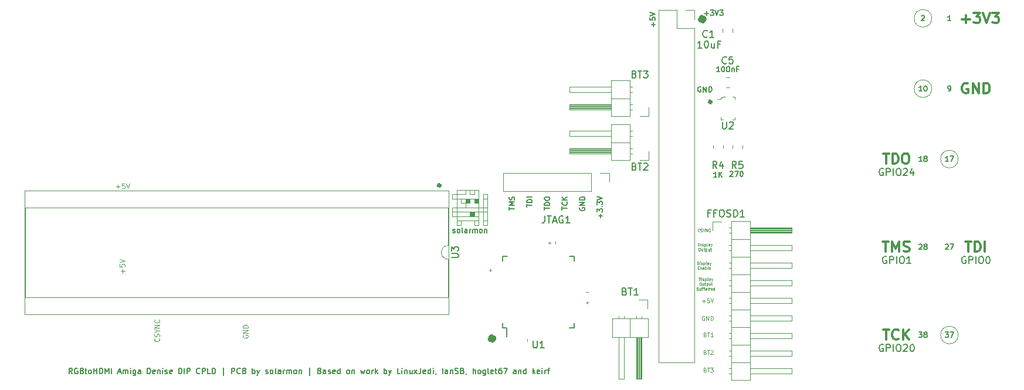
<source format=gbr>
%TF.GenerationSoftware,KiCad,Pcbnew,(5.1.9)-1*%
%TF.CreationDate,2021-05-22T07:09:12+01:00*%
%TF.ProjectId,RGBtoHDMI Amiga Denise DIP CPLD,52474274-6f48-4444-9d49-20416d696761,rev?*%
%TF.SameCoordinates,Original*%
%TF.FileFunction,Legend,Top*%
%TF.FilePolarity,Positive*%
%FSLAX46Y46*%
G04 Gerber Fmt 4.6, Leading zero omitted, Abs format (unit mm)*
G04 Created by KiCad (PCBNEW (5.1.9)-1) date 2021-05-22 07:09:12*
%MOMM*%
%LPD*%
G01*
G04 APERTURE LIST*
%ADD10C,0.100000*%
%ADD11C,0.150000*%
%ADD12C,0.500000*%
%ADD13C,1.000000*%
%ADD14C,0.300000*%
%ADD15C,0.120000*%
G04 APERTURE END LIST*
D10*
X176898380Y-89042857D02*
X176879333Y-89061904D01*
X176822190Y-89080952D01*
X176784095Y-89080952D01*
X176726952Y-89061904D01*
X176688857Y-89023809D01*
X176669809Y-88985714D01*
X176650761Y-88909523D01*
X176650761Y-88852380D01*
X176669809Y-88776190D01*
X176688857Y-88738095D01*
X176726952Y-88700000D01*
X176784095Y-88680952D01*
X176822190Y-88680952D01*
X176879333Y-88700000D01*
X176898380Y-88719047D01*
X177050761Y-89061904D02*
X177107904Y-89080952D01*
X177203142Y-89080952D01*
X177241238Y-89061904D01*
X177260285Y-89042857D01*
X177279333Y-89004761D01*
X177279333Y-88966666D01*
X177260285Y-88928571D01*
X177241238Y-88909523D01*
X177203142Y-88890476D01*
X177126952Y-88871428D01*
X177088857Y-88852380D01*
X177069809Y-88833333D01*
X177050761Y-88795238D01*
X177050761Y-88757142D01*
X177069809Y-88719047D01*
X177088857Y-88700000D01*
X177126952Y-88680952D01*
X177222190Y-88680952D01*
X177279333Y-88700000D01*
X177526952Y-88890476D02*
X177526952Y-89080952D01*
X177393619Y-88680952D02*
X177526952Y-88890476D01*
X177660285Y-88680952D01*
X177793619Y-89080952D02*
X177793619Y-88680952D01*
X178022190Y-89080952D01*
X178022190Y-88680952D01*
X178441238Y-89042857D02*
X178422190Y-89061904D01*
X178365047Y-89080952D01*
X178326952Y-89080952D01*
X178269809Y-89061904D01*
X178231714Y-89023809D01*
X178212666Y-88985714D01*
X178193619Y-88909523D01*
X178193619Y-88852380D01*
X178212666Y-88776190D01*
X178231714Y-88738095D01*
X178269809Y-88700000D01*
X178326952Y-88680952D01*
X178365047Y-88680952D01*
X178422190Y-88700000D01*
X178441238Y-88719047D01*
X176692047Y-91143952D02*
X176692047Y-90743952D01*
X176787285Y-90743952D01*
X176844428Y-90763000D01*
X176882523Y-90801095D01*
X176901571Y-90839190D01*
X176920619Y-90915380D01*
X176920619Y-90972523D01*
X176901571Y-91048714D01*
X176882523Y-91086809D01*
X176844428Y-91124904D01*
X176787285Y-91143952D01*
X176692047Y-91143952D01*
X177092047Y-91143952D02*
X177092047Y-90877285D01*
X177092047Y-90743952D02*
X177073000Y-90763000D01*
X177092047Y-90782047D01*
X177111095Y-90763000D01*
X177092047Y-90743952D01*
X177092047Y-90782047D01*
X177263476Y-91124904D02*
X177301571Y-91143952D01*
X177377761Y-91143952D01*
X177415857Y-91124904D01*
X177434904Y-91086809D01*
X177434904Y-91067761D01*
X177415857Y-91029666D01*
X177377761Y-91010619D01*
X177320619Y-91010619D01*
X177282523Y-90991571D01*
X177263476Y-90953476D01*
X177263476Y-90934428D01*
X177282523Y-90896333D01*
X177320619Y-90877285D01*
X177377761Y-90877285D01*
X177415857Y-90896333D01*
X177606333Y-90877285D02*
X177606333Y-91277285D01*
X177606333Y-90896333D02*
X177644428Y-90877285D01*
X177720619Y-90877285D01*
X177758714Y-90896333D01*
X177777761Y-90915380D01*
X177796809Y-90953476D01*
X177796809Y-91067761D01*
X177777761Y-91105857D01*
X177758714Y-91124904D01*
X177720619Y-91143952D01*
X177644428Y-91143952D01*
X177606333Y-91124904D01*
X178025380Y-91143952D02*
X177987285Y-91124904D01*
X177968238Y-91086809D01*
X177968238Y-90743952D01*
X178349190Y-91143952D02*
X178349190Y-90934428D01*
X178330142Y-90896333D01*
X178292047Y-90877285D01*
X178215857Y-90877285D01*
X178177761Y-90896333D01*
X178349190Y-91124904D02*
X178311095Y-91143952D01*
X178215857Y-91143952D01*
X178177761Y-91124904D01*
X178158714Y-91086809D01*
X178158714Y-91048714D01*
X178177761Y-91010619D01*
X178215857Y-90991571D01*
X178311095Y-90991571D01*
X178349190Y-90972523D01*
X178501571Y-90877285D02*
X178596809Y-91143952D01*
X178692047Y-90877285D02*
X178596809Y-91143952D01*
X178558714Y-91239190D01*
X178539666Y-91258238D01*
X178501571Y-91277285D01*
X176863476Y-91443952D02*
X176939666Y-91443952D01*
X176977761Y-91463000D01*
X177015857Y-91501095D01*
X177034904Y-91577285D01*
X177034904Y-91710619D01*
X177015857Y-91786809D01*
X176977761Y-91824904D01*
X176939666Y-91843952D01*
X176863476Y-91843952D01*
X176825380Y-91824904D01*
X176787285Y-91786809D01*
X176768238Y-91710619D01*
X176768238Y-91577285D01*
X176787285Y-91501095D01*
X176825380Y-91463000D01*
X176863476Y-91443952D01*
X177377761Y-91577285D02*
X177377761Y-91843952D01*
X177206333Y-91577285D02*
X177206333Y-91786809D01*
X177225380Y-91824904D01*
X177263476Y-91843952D01*
X177320619Y-91843952D01*
X177358714Y-91824904D01*
X177377761Y-91805857D01*
X177511095Y-91577285D02*
X177663476Y-91577285D01*
X177568238Y-91443952D02*
X177568238Y-91786809D01*
X177587285Y-91824904D01*
X177625380Y-91843952D01*
X177663476Y-91843952D01*
X177796809Y-91577285D02*
X177796809Y-91977285D01*
X177796809Y-91596333D02*
X177834904Y-91577285D01*
X177911095Y-91577285D01*
X177949190Y-91596333D01*
X177968238Y-91615380D01*
X177987285Y-91653476D01*
X177987285Y-91767761D01*
X177968238Y-91805857D01*
X177949190Y-91824904D01*
X177911095Y-91843952D01*
X177834904Y-91843952D01*
X177796809Y-91824904D01*
X178330142Y-91577285D02*
X178330142Y-91843952D01*
X178158714Y-91577285D02*
X178158714Y-91786809D01*
X178177761Y-91824904D01*
X178215857Y-91843952D01*
X178273000Y-91843952D01*
X178311095Y-91824904D01*
X178330142Y-91805857D01*
X178463476Y-91577285D02*
X178615857Y-91577285D01*
X178520619Y-91443952D02*
X178520619Y-91786809D01*
X178539666Y-91824904D01*
X178577761Y-91843952D01*
X178615857Y-91843952D01*
X176565047Y-93810952D02*
X176565047Y-93410952D01*
X176660285Y-93410952D01*
X176717428Y-93430000D01*
X176755523Y-93468095D01*
X176774571Y-93506190D01*
X176793619Y-93582380D01*
X176793619Y-93639523D01*
X176774571Y-93715714D01*
X176755523Y-93753809D01*
X176717428Y-93791904D01*
X176660285Y-93810952D01*
X176565047Y-93810952D01*
X176965047Y-93810952D02*
X176965047Y-93544285D01*
X176965047Y-93410952D02*
X176946000Y-93430000D01*
X176965047Y-93449047D01*
X176984095Y-93430000D01*
X176965047Y-93410952D01*
X176965047Y-93449047D01*
X177136476Y-93791904D02*
X177174571Y-93810952D01*
X177250761Y-93810952D01*
X177288857Y-93791904D01*
X177307904Y-93753809D01*
X177307904Y-93734761D01*
X177288857Y-93696666D01*
X177250761Y-93677619D01*
X177193619Y-93677619D01*
X177155523Y-93658571D01*
X177136476Y-93620476D01*
X177136476Y-93601428D01*
X177155523Y-93563333D01*
X177193619Y-93544285D01*
X177250761Y-93544285D01*
X177288857Y-93563333D01*
X177479333Y-93544285D02*
X177479333Y-93944285D01*
X177479333Y-93563333D02*
X177517428Y-93544285D01*
X177593619Y-93544285D01*
X177631714Y-93563333D01*
X177650761Y-93582380D01*
X177669809Y-93620476D01*
X177669809Y-93734761D01*
X177650761Y-93772857D01*
X177631714Y-93791904D01*
X177593619Y-93810952D01*
X177517428Y-93810952D01*
X177479333Y-93791904D01*
X177898380Y-93810952D02*
X177860285Y-93791904D01*
X177841238Y-93753809D01*
X177841238Y-93410952D01*
X178222190Y-93810952D02*
X178222190Y-93601428D01*
X178203142Y-93563333D01*
X178165047Y-93544285D01*
X178088857Y-93544285D01*
X178050761Y-93563333D01*
X178222190Y-93791904D02*
X178184095Y-93810952D01*
X178088857Y-93810952D01*
X178050761Y-93791904D01*
X178031714Y-93753809D01*
X178031714Y-93715714D01*
X178050761Y-93677619D01*
X178088857Y-93658571D01*
X178184095Y-93658571D01*
X178222190Y-93639523D01*
X178374571Y-93544285D02*
X178469809Y-93810952D01*
X178565047Y-93544285D02*
X178469809Y-93810952D01*
X178431714Y-93906190D01*
X178412666Y-93925238D01*
X178374571Y-93944285D01*
X176641238Y-94301428D02*
X176774571Y-94301428D01*
X176831714Y-94510952D02*
X176641238Y-94510952D01*
X176641238Y-94110952D01*
X176831714Y-94110952D01*
X177003142Y-94244285D02*
X177003142Y-94510952D01*
X177003142Y-94282380D02*
X177022190Y-94263333D01*
X177060285Y-94244285D01*
X177117428Y-94244285D01*
X177155523Y-94263333D01*
X177174571Y-94301428D01*
X177174571Y-94510952D01*
X177536476Y-94510952D02*
X177536476Y-94301428D01*
X177517428Y-94263333D01*
X177479333Y-94244285D01*
X177403142Y-94244285D01*
X177365047Y-94263333D01*
X177536476Y-94491904D02*
X177498380Y-94510952D01*
X177403142Y-94510952D01*
X177365047Y-94491904D01*
X177346000Y-94453809D01*
X177346000Y-94415714D01*
X177365047Y-94377619D01*
X177403142Y-94358571D01*
X177498380Y-94358571D01*
X177536476Y-94339523D01*
X177726952Y-94510952D02*
X177726952Y-94110952D01*
X177726952Y-94263333D02*
X177765047Y-94244285D01*
X177841238Y-94244285D01*
X177879333Y-94263333D01*
X177898380Y-94282380D01*
X177917428Y-94320476D01*
X177917428Y-94434761D01*
X177898380Y-94472857D01*
X177879333Y-94491904D01*
X177841238Y-94510952D01*
X177765047Y-94510952D01*
X177726952Y-94491904D01*
X178146000Y-94510952D02*
X178107904Y-94491904D01*
X178088857Y-94453809D01*
X178088857Y-94110952D01*
X178450761Y-94491904D02*
X178412666Y-94510952D01*
X178336476Y-94510952D01*
X178298380Y-94491904D01*
X178279333Y-94453809D01*
X178279333Y-94301428D01*
X178298380Y-94263333D01*
X178336476Y-94244285D01*
X178412666Y-94244285D01*
X178450761Y-94263333D01*
X178469809Y-94301428D01*
X178469809Y-94339523D01*
X178279333Y-94377619D01*
X176819047Y-96127952D02*
X176819047Y-95727952D01*
X176914285Y-95727952D01*
X176971428Y-95747000D01*
X177009523Y-95785095D01*
X177028571Y-95823190D01*
X177047619Y-95899380D01*
X177047619Y-95956523D01*
X177028571Y-96032714D01*
X177009523Y-96070809D01*
X176971428Y-96108904D01*
X176914285Y-96127952D01*
X176819047Y-96127952D01*
X177219047Y-96127952D02*
X177219047Y-95861285D01*
X177219047Y-95727952D02*
X177200000Y-95747000D01*
X177219047Y-95766047D01*
X177238095Y-95747000D01*
X177219047Y-95727952D01*
X177219047Y-95766047D01*
X177390476Y-96108904D02*
X177428571Y-96127952D01*
X177504761Y-96127952D01*
X177542857Y-96108904D01*
X177561904Y-96070809D01*
X177561904Y-96051761D01*
X177542857Y-96013666D01*
X177504761Y-95994619D01*
X177447619Y-95994619D01*
X177409523Y-95975571D01*
X177390476Y-95937476D01*
X177390476Y-95918428D01*
X177409523Y-95880333D01*
X177447619Y-95861285D01*
X177504761Y-95861285D01*
X177542857Y-95880333D01*
X177733333Y-95861285D02*
X177733333Y-96261285D01*
X177733333Y-95880333D02*
X177771428Y-95861285D01*
X177847619Y-95861285D01*
X177885714Y-95880333D01*
X177904761Y-95899380D01*
X177923809Y-95937476D01*
X177923809Y-96051761D01*
X177904761Y-96089857D01*
X177885714Y-96108904D01*
X177847619Y-96127952D01*
X177771428Y-96127952D01*
X177733333Y-96108904D01*
X178152380Y-96127952D02*
X178114285Y-96108904D01*
X178095238Y-96070809D01*
X178095238Y-95727952D01*
X178476190Y-96127952D02*
X178476190Y-95918428D01*
X178457142Y-95880333D01*
X178419047Y-95861285D01*
X178342857Y-95861285D01*
X178304761Y-95880333D01*
X178476190Y-96108904D02*
X178438095Y-96127952D01*
X178342857Y-96127952D01*
X178304761Y-96108904D01*
X178285714Y-96070809D01*
X178285714Y-96032714D01*
X178304761Y-95994619D01*
X178342857Y-95975571D01*
X178438095Y-95975571D01*
X178476190Y-95956523D01*
X178628571Y-95861285D02*
X178723809Y-96127952D01*
X178819047Y-95861285D02*
X178723809Y-96127952D01*
X178685714Y-96223190D01*
X178666666Y-96242238D01*
X178628571Y-96261285D01*
X176990476Y-96427952D02*
X177066666Y-96427952D01*
X177104761Y-96447000D01*
X177142857Y-96485095D01*
X177161904Y-96561285D01*
X177161904Y-96694619D01*
X177142857Y-96770809D01*
X177104761Y-96808904D01*
X177066666Y-96827952D01*
X176990476Y-96827952D01*
X176952380Y-96808904D01*
X176914285Y-96770809D01*
X176895238Y-96694619D01*
X176895238Y-96561285D01*
X176914285Y-96485095D01*
X176952380Y-96447000D01*
X176990476Y-96427952D01*
X177504761Y-96561285D02*
X177504761Y-96827952D01*
X177333333Y-96561285D02*
X177333333Y-96770809D01*
X177352380Y-96808904D01*
X177390476Y-96827952D01*
X177447619Y-96827952D01*
X177485714Y-96808904D01*
X177504761Y-96789857D01*
X177638095Y-96561285D02*
X177790476Y-96561285D01*
X177695238Y-96427952D02*
X177695238Y-96770809D01*
X177714285Y-96808904D01*
X177752380Y-96827952D01*
X177790476Y-96827952D01*
X177923809Y-96561285D02*
X177923809Y-96961285D01*
X177923809Y-96580333D02*
X177961904Y-96561285D01*
X178038095Y-96561285D01*
X178076190Y-96580333D01*
X178095238Y-96599380D01*
X178114285Y-96637476D01*
X178114285Y-96751761D01*
X178095238Y-96789857D01*
X178076190Y-96808904D01*
X178038095Y-96827952D01*
X177961904Y-96827952D01*
X177923809Y-96808904D01*
X178457142Y-96561285D02*
X178457142Y-96827952D01*
X178285714Y-96561285D02*
X178285714Y-96770809D01*
X178304761Y-96808904D01*
X178342857Y-96827952D01*
X178400000Y-96827952D01*
X178438095Y-96808904D01*
X178457142Y-96789857D01*
X178590476Y-96561285D02*
X178742857Y-96561285D01*
X178647619Y-96427952D02*
X178647619Y-96770809D01*
X178666666Y-96808904D01*
X178704761Y-96827952D01*
X178742857Y-96827952D01*
X176647619Y-97318428D02*
X176704761Y-97337476D01*
X176723809Y-97356523D01*
X176742857Y-97394619D01*
X176742857Y-97451761D01*
X176723809Y-97489857D01*
X176704761Y-97508904D01*
X176666666Y-97527952D01*
X176514285Y-97527952D01*
X176514285Y-97127952D01*
X176647619Y-97127952D01*
X176685714Y-97147000D01*
X176704761Y-97166047D01*
X176723809Y-97204142D01*
X176723809Y-97242238D01*
X176704761Y-97280333D01*
X176685714Y-97299380D01*
X176647619Y-97318428D01*
X176514285Y-97318428D01*
X177085714Y-97261285D02*
X177085714Y-97527952D01*
X176914285Y-97261285D02*
X176914285Y-97470809D01*
X176933333Y-97508904D01*
X176971428Y-97527952D01*
X177028571Y-97527952D01*
X177066666Y-97508904D01*
X177085714Y-97489857D01*
X177219047Y-97261285D02*
X177371428Y-97261285D01*
X177276190Y-97527952D02*
X177276190Y-97185095D01*
X177295238Y-97147000D01*
X177333333Y-97127952D01*
X177371428Y-97127952D01*
X177447619Y-97261285D02*
X177600000Y-97261285D01*
X177504761Y-97527952D02*
X177504761Y-97185095D01*
X177523809Y-97147000D01*
X177561904Y-97127952D01*
X177600000Y-97127952D01*
X177885714Y-97508904D02*
X177847619Y-97527952D01*
X177771428Y-97527952D01*
X177733333Y-97508904D01*
X177714285Y-97470809D01*
X177714285Y-97318428D01*
X177733333Y-97280333D01*
X177771428Y-97261285D01*
X177847619Y-97261285D01*
X177885714Y-97280333D01*
X177904761Y-97318428D01*
X177904761Y-97356523D01*
X177714285Y-97394619D01*
X178076190Y-97527952D02*
X178076190Y-97261285D01*
X178076190Y-97337476D02*
X178095238Y-97299380D01*
X178114285Y-97280333D01*
X178152380Y-97261285D01*
X178190476Y-97261285D01*
X178323809Y-97527952D02*
X178323809Y-97261285D01*
X178323809Y-97337476D02*
X178342857Y-97299380D01*
X178361904Y-97280333D01*
X178400000Y-97261285D01*
X178438095Y-97261285D01*
X178723809Y-97508904D02*
X178685714Y-97527952D01*
X178609523Y-97527952D01*
X178571428Y-97508904D01*
X178552380Y-97470809D01*
X178552380Y-97318428D01*
X178571428Y-97280333D01*
X178609523Y-97261285D01*
X178685714Y-97261285D01*
X178723809Y-97280333D01*
X178742857Y-97318428D01*
X178742857Y-97356523D01*
X178552380Y-97394619D01*
X179085714Y-97527952D02*
X179085714Y-97127952D01*
X179085714Y-97508904D02*
X179047619Y-97527952D01*
X178971428Y-97527952D01*
X178933333Y-97508904D01*
X178914285Y-97489857D01*
X178895238Y-97451761D01*
X178895238Y-97337476D01*
X178914285Y-97299380D01*
X178933333Y-97280333D01*
X178971428Y-97261285D01*
X179047619Y-97261285D01*
X179085714Y-97280333D01*
X177682571Y-109050142D02*
X177768285Y-109078714D01*
X177796857Y-109107285D01*
X177825428Y-109164428D01*
X177825428Y-109250142D01*
X177796857Y-109307285D01*
X177768285Y-109335857D01*
X177711142Y-109364428D01*
X177482571Y-109364428D01*
X177482571Y-108764428D01*
X177682571Y-108764428D01*
X177739714Y-108793000D01*
X177768285Y-108821571D01*
X177796857Y-108878714D01*
X177796857Y-108935857D01*
X177768285Y-108993000D01*
X177739714Y-109021571D01*
X177682571Y-109050142D01*
X177482571Y-109050142D01*
X177996857Y-108764428D02*
X178339714Y-108764428D01*
X178168285Y-109364428D02*
X178168285Y-108764428D01*
X178482571Y-108764428D02*
X178854000Y-108764428D01*
X178654000Y-108993000D01*
X178739714Y-108993000D01*
X178796857Y-109021571D01*
X178825428Y-109050142D01*
X178854000Y-109107285D01*
X178854000Y-109250142D01*
X178825428Y-109307285D01*
X178796857Y-109335857D01*
X178739714Y-109364428D01*
X178568285Y-109364428D01*
X178511142Y-109335857D01*
X178482571Y-109307285D01*
X177682571Y-106510142D02*
X177768285Y-106538714D01*
X177796857Y-106567285D01*
X177825428Y-106624428D01*
X177825428Y-106710142D01*
X177796857Y-106767285D01*
X177768285Y-106795857D01*
X177711142Y-106824428D01*
X177482571Y-106824428D01*
X177482571Y-106224428D01*
X177682571Y-106224428D01*
X177739714Y-106253000D01*
X177768285Y-106281571D01*
X177796857Y-106338714D01*
X177796857Y-106395857D01*
X177768285Y-106453000D01*
X177739714Y-106481571D01*
X177682571Y-106510142D01*
X177482571Y-106510142D01*
X177996857Y-106224428D02*
X178339714Y-106224428D01*
X178168285Y-106824428D02*
X178168285Y-106224428D01*
X178511142Y-106281571D02*
X178539714Y-106253000D01*
X178596857Y-106224428D01*
X178739714Y-106224428D01*
X178796857Y-106253000D01*
X178825428Y-106281571D01*
X178854000Y-106338714D01*
X178854000Y-106395857D01*
X178825428Y-106481571D01*
X178482571Y-106824428D01*
X178854000Y-106824428D01*
X177682571Y-103970142D02*
X177768285Y-103998714D01*
X177796857Y-104027285D01*
X177825428Y-104084428D01*
X177825428Y-104170142D01*
X177796857Y-104227285D01*
X177768285Y-104255857D01*
X177711142Y-104284428D01*
X177482571Y-104284428D01*
X177482571Y-103684428D01*
X177682571Y-103684428D01*
X177739714Y-103713000D01*
X177768285Y-103741571D01*
X177796857Y-103798714D01*
X177796857Y-103855857D01*
X177768285Y-103913000D01*
X177739714Y-103941571D01*
X177682571Y-103970142D01*
X177482571Y-103970142D01*
X177996857Y-103684428D02*
X178339714Y-103684428D01*
X178168285Y-104284428D02*
X178168285Y-103684428D01*
X178854000Y-104284428D02*
X178511142Y-104284428D01*
X178682571Y-104284428D02*
X178682571Y-103684428D01*
X178625428Y-103770142D01*
X178568285Y-103827285D01*
X178511142Y-103855857D01*
X98865500Y-104511333D02*
X98898833Y-104544666D01*
X98932166Y-104644666D01*
X98932166Y-104711333D01*
X98898833Y-104811333D01*
X98832166Y-104878000D01*
X98765500Y-104911333D01*
X98632166Y-104944666D01*
X98532166Y-104944666D01*
X98398833Y-104911333D01*
X98332166Y-104878000D01*
X98265500Y-104811333D01*
X98232166Y-104711333D01*
X98232166Y-104644666D01*
X98265500Y-104544666D01*
X98298833Y-104511333D01*
X98898833Y-104244666D02*
X98932166Y-104144666D01*
X98932166Y-103978000D01*
X98898833Y-103911333D01*
X98865500Y-103878000D01*
X98798833Y-103844666D01*
X98732166Y-103844666D01*
X98665500Y-103878000D01*
X98632166Y-103911333D01*
X98598833Y-103978000D01*
X98565500Y-104111333D01*
X98532166Y-104178000D01*
X98498833Y-104211333D01*
X98432166Y-104244666D01*
X98365500Y-104244666D01*
X98298833Y-104211333D01*
X98265500Y-104178000D01*
X98232166Y-104111333D01*
X98232166Y-103944666D01*
X98265500Y-103844666D01*
X98598833Y-103411333D02*
X98932166Y-103411333D01*
X98232166Y-103644666D02*
X98598833Y-103411333D01*
X98232166Y-103178000D01*
X98932166Y-102944666D02*
X98232166Y-102944666D01*
X98932166Y-102544666D01*
X98232166Y-102544666D01*
X98865500Y-101811333D02*
X98898833Y-101844666D01*
X98932166Y-101944666D01*
X98932166Y-102011333D01*
X98898833Y-102111333D01*
X98832166Y-102178000D01*
X98765500Y-102211333D01*
X98632166Y-102244666D01*
X98532166Y-102244666D01*
X98398833Y-102211333D01*
X98332166Y-102178000D01*
X98265500Y-102111333D01*
X98232166Y-102011333D01*
X98232166Y-101944666D01*
X98265500Y-101844666D01*
X98298833Y-101811333D01*
X111029000Y-104038333D02*
X110995666Y-104105000D01*
X110995666Y-104205000D01*
X111029000Y-104305000D01*
X111095666Y-104371666D01*
X111162333Y-104405000D01*
X111295666Y-104438333D01*
X111395666Y-104438333D01*
X111529000Y-104405000D01*
X111595666Y-104371666D01*
X111662333Y-104305000D01*
X111695666Y-104205000D01*
X111695666Y-104138333D01*
X111662333Y-104038333D01*
X111629000Y-104005000D01*
X111395666Y-104005000D01*
X111395666Y-104138333D01*
X111695666Y-103705000D02*
X110995666Y-103705000D01*
X111695666Y-103305000D01*
X110995666Y-103305000D01*
X111695666Y-102971666D02*
X110995666Y-102971666D01*
X110995666Y-102805000D01*
X111029000Y-102705000D01*
X111095666Y-102638333D01*
X111162333Y-102605000D01*
X111295666Y-102571666D01*
X111395666Y-102571666D01*
X111529000Y-102605000D01*
X111595666Y-102638333D01*
X111662333Y-102705000D01*
X111695666Y-102805000D01*
X111695666Y-102971666D01*
X93652571Y-95071285D02*
X93652571Y-94499857D01*
X93938285Y-94785571D02*
X93366857Y-94785571D01*
X93188285Y-93785571D02*
X93188285Y-94142714D01*
X93545428Y-94178428D01*
X93509714Y-94142714D01*
X93474000Y-94071285D01*
X93474000Y-93892714D01*
X93509714Y-93821285D01*
X93545428Y-93785571D01*
X93616857Y-93749857D01*
X93795428Y-93749857D01*
X93866857Y-93785571D01*
X93902571Y-93821285D01*
X93938285Y-93892714D01*
X93938285Y-94071285D01*
X93902571Y-94142714D01*
X93866857Y-94178428D01*
X93188285Y-93535571D02*
X93938285Y-93285571D01*
X93188285Y-93035571D01*
X92699000Y-82600000D02*
X93232333Y-82600000D01*
X92965666Y-82866666D02*
X92965666Y-82333333D01*
X93899000Y-82166666D02*
X93565666Y-82166666D01*
X93532333Y-82500000D01*
X93565666Y-82466666D01*
X93632333Y-82433333D01*
X93799000Y-82433333D01*
X93865666Y-82466666D01*
X93899000Y-82500000D01*
X93932333Y-82566666D01*
X93932333Y-82733333D01*
X93899000Y-82800000D01*
X93865666Y-82833333D01*
X93799000Y-82866666D01*
X93632333Y-82866666D01*
X93565666Y-82833333D01*
X93532333Y-82800000D01*
X94132333Y-82166666D02*
X94365666Y-82866666D01*
X94599000Y-82166666D01*
X156118714Y-90868476D02*
X156118714Y-90487523D01*
X152054714Y-104965476D02*
X152054714Y-104584523D01*
X160464523Y-97825714D02*
X160845476Y-97825714D01*
X160464523Y-99349714D02*
X160845476Y-99349714D01*
X160655000Y-99540190D02*
X160655000Y-99159238D01*
X146494523Y-94650714D02*
X146875476Y-94650714D01*
X146685000Y-94841190D02*
X146685000Y-94460238D01*
X155067023Y-90713714D02*
X155447976Y-90713714D01*
X155257500Y-90904190D02*
X155257500Y-90523238D01*
X177596857Y-101300000D02*
X177539714Y-101271428D01*
X177454000Y-101271428D01*
X177368285Y-101300000D01*
X177311142Y-101357142D01*
X177282571Y-101414285D01*
X177254000Y-101528571D01*
X177254000Y-101614285D01*
X177282571Y-101728571D01*
X177311142Y-101785714D01*
X177368285Y-101842857D01*
X177454000Y-101871428D01*
X177511142Y-101871428D01*
X177596857Y-101842857D01*
X177625428Y-101814285D01*
X177625428Y-101614285D01*
X177511142Y-101614285D01*
X177882571Y-101871428D02*
X177882571Y-101271428D01*
X178225428Y-101871428D01*
X178225428Y-101271428D01*
X178511142Y-101871428D02*
X178511142Y-101271428D01*
X178654000Y-101271428D01*
X178739714Y-101300000D01*
X178796857Y-101357142D01*
X178825428Y-101414285D01*
X178854000Y-101528571D01*
X178854000Y-101614285D01*
X178825428Y-101728571D01*
X178796857Y-101785714D01*
X178739714Y-101842857D01*
X178654000Y-101871428D01*
X178511142Y-101871428D01*
X177282571Y-99102857D02*
X177739714Y-99102857D01*
X177511142Y-99331428D02*
X177511142Y-98874285D01*
X178311142Y-98731428D02*
X178025428Y-98731428D01*
X177996857Y-99017142D01*
X178025428Y-98988571D01*
X178082571Y-98960000D01*
X178225428Y-98960000D01*
X178282571Y-98988571D01*
X178311142Y-99017142D01*
X178339714Y-99074285D01*
X178339714Y-99217142D01*
X178311142Y-99274285D01*
X178282571Y-99302857D01*
X178225428Y-99331428D01*
X178082571Y-99331428D01*
X178025428Y-99302857D01*
X177996857Y-99274285D01*
X178511142Y-98731428D02*
X178711142Y-99331428D01*
X178911142Y-98731428D01*
D11*
X177101571Y-68205000D02*
X177030142Y-68169285D01*
X176923000Y-68169285D01*
X176815857Y-68205000D01*
X176744428Y-68276428D01*
X176708714Y-68347857D01*
X176673000Y-68490714D01*
X176673000Y-68597857D01*
X176708714Y-68740714D01*
X176744428Y-68812142D01*
X176815857Y-68883571D01*
X176923000Y-68919285D01*
X176994428Y-68919285D01*
X177101571Y-68883571D01*
X177137285Y-68847857D01*
X177137285Y-68597857D01*
X176994428Y-68597857D01*
X177458714Y-68919285D02*
X177458714Y-68169285D01*
X177887285Y-68919285D01*
X177887285Y-68169285D01*
X178244428Y-68919285D02*
X178244428Y-68169285D01*
X178423000Y-68169285D01*
X178530142Y-68205000D01*
X178601571Y-68276428D01*
X178637285Y-68347857D01*
X178673000Y-68490714D01*
X178673000Y-68597857D01*
X178637285Y-68740714D01*
X178601571Y-68812142D01*
X178530142Y-68883571D01*
X178423000Y-68919285D01*
X178244428Y-68919285D01*
X177621571Y-57584571D02*
X178193000Y-57584571D01*
X177907285Y-57870285D02*
X177907285Y-57298857D01*
X178478714Y-57120285D02*
X178943000Y-57120285D01*
X178693000Y-57406000D01*
X178800142Y-57406000D01*
X178871571Y-57441714D01*
X178907285Y-57477428D01*
X178943000Y-57548857D01*
X178943000Y-57727428D01*
X178907285Y-57798857D01*
X178871571Y-57834571D01*
X178800142Y-57870285D01*
X178585857Y-57870285D01*
X178514428Y-57834571D01*
X178478714Y-57798857D01*
X179157285Y-57120285D02*
X179407285Y-57870285D01*
X179657285Y-57120285D01*
X179835857Y-57120285D02*
X180300142Y-57120285D01*
X180050142Y-57406000D01*
X180157285Y-57406000D01*
X180228714Y-57441714D01*
X180264428Y-57477428D01*
X180300142Y-57548857D01*
X180300142Y-57727428D01*
X180264428Y-57798857D01*
X180228714Y-57834571D01*
X180157285Y-57870285D01*
X179943000Y-57870285D01*
X179871571Y-57834571D01*
X179835857Y-57798857D01*
X170233571Y-59447785D02*
X170233571Y-58876357D01*
X170519285Y-59162071D02*
X169947857Y-59162071D01*
X169769285Y-58162071D02*
X169769285Y-58519214D01*
X170126428Y-58554928D01*
X170090714Y-58519214D01*
X170055000Y-58447785D01*
X170055000Y-58269214D01*
X170090714Y-58197785D01*
X170126428Y-58162071D01*
X170197857Y-58126357D01*
X170376428Y-58126357D01*
X170447857Y-58162071D01*
X170483571Y-58197785D01*
X170519285Y-58269214D01*
X170519285Y-58447785D01*
X170483571Y-58519214D01*
X170447857Y-58554928D01*
X169769285Y-57912071D02*
X170519285Y-57662071D01*
X169769285Y-57412071D01*
D12*
X178562000Y-70358000D02*
G75*
G03*
X178562000Y-70358000I-127000J0D01*
G01*
X139446000Y-82423000D02*
G75*
G03*
X139446000Y-82423000I-127000J0D01*
G01*
D13*
X147066000Y-104521000D02*
G75*
G03*
X147066000Y-104521000I-127000J0D01*
G01*
D11*
X149449285Y-85990857D02*
X149449285Y-85562285D01*
X150199285Y-85776571D02*
X149449285Y-85776571D01*
X150199285Y-85312285D02*
X149449285Y-85312285D01*
X149985000Y-85062285D01*
X149449285Y-84812285D01*
X150199285Y-84812285D01*
X150163571Y-84490857D02*
X150199285Y-84383714D01*
X150199285Y-84205142D01*
X150163571Y-84133714D01*
X150127857Y-84097999D01*
X150056428Y-84062285D01*
X149985000Y-84062285D01*
X149913571Y-84097999D01*
X149877857Y-84133714D01*
X149842142Y-84205142D01*
X149806428Y-84347999D01*
X149770714Y-84419428D01*
X149735000Y-84455142D01*
X149663571Y-84490857D01*
X149592142Y-84490857D01*
X149520714Y-84455142D01*
X149485000Y-84419428D01*
X149449285Y-84347999D01*
X149449285Y-84169428D01*
X149485000Y-84062285D01*
X151989285Y-85526571D02*
X151989285Y-85097999D01*
X152739285Y-85312285D02*
X151989285Y-85312285D01*
X152739285Y-84847999D02*
X151989285Y-84847999D01*
X151989285Y-84669428D01*
X152025000Y-84562285D01*
X152096428Y-84490856D01*
X152167857Y-84455142D01*
X152310714Y-84419428D01*
X152417857Y-84419428D01*
X152560714Y-84455142D01*
X152632142Y-84490856D01*
X152703571Y-84562285D01*
X152739285Y-84669428D01*
X152739285Y-84847999D01*
X152739285Y-84097999D02*
X151989285Y-84097999D01*
X154529285Y-85955142D02*
X154529285Y-85526571D01*
X155279285Y-85740857D02*
X154529285Y-85740857D01*
X155279285Y-85276571D02*
X154529285Y-85276571D01*
X154529285Y-85098000D01*
X154565000Y-84990857D01*
X154636428Y-84919428D01*
X154707857Y-84883714D01*
X154850714Y-84848000D01*
X154957857Y-84848000D01*
X155100714Y-84883714D01*
X155172142Y-84919428D01*
X155243571Y-84990857D01*
X155279285Y-85098000D01*
X155279285Y-85276571D01*
X154529285Y-84383714D02*
X154529285Y-84240857D01*
X154565000Y-84169428D01*
X154636428Y-84098000D01*
X154779285Y-84062285D01*
X155029285Y-84062285D01*
X155172142Y-84098000D01*
X155243571Y-84169428D01*
X155279285Y-84240857D01*
X155279285Y-84383714D01*
X155243571Y-84455142D01*
X155172142Y-84526571D01*
X155029285Y-84562285D01*
X154779285Y-84562285D01*
X154636428Y-84526571D01*
X154565000Y-84455142D01*
X154529285Y-84383714D01*
X157069285Y-85919428D02*
X157069285Y-85490857D01*
X157819285Y-85705143D02*
X157069285Y-85705143D01*
X157747857Y-84812285D02*
X157783571Y-84848000D01*
X157819285Y-84955143D01*
X157819285Y-85026571D01*
X157783571Y-85133714D01*
X157712142Y-85205143D01*
X157640714Y-85240857D01*
X157497857Y-85276571D01*
X157390714Y-85276571D01*
X157247857Y-85240857D01*
X157176428Y-85205143D01*
X157105000Y-85133714D01*
X157069285Y-85026571D01*
X157069285Y-84955143D01*
X157105000Y-84848000D01*
X157140714Y-84812285D01*
X157819285Y-84490857D02*
X157069285Y-84490857D01*
X157819285Y-84062285D02*
X157390714Y-84383714D01*
X157069285Y-84062285D02*
X157497857Y-84490857D01*
X159645000Y-85633713D02*
X159609285Y-85705142D01*
X159609285Y-85812285D01*
X159645000Y-85919427D01*
X159716428Y-85990856D01*
X159787857Y-86026570D01*
X159930714Y-86062285D01*
X160037857Y-86062285D01*
X160180714Y-86026570D01*
X160252142Y-85990856D01*
X160323571Y-85919427D01*
X160359285Y-85812285D01*
X160359285Y-85740856D01*
X160323571Y-85633713D01*
X160287857Y-85597999D01*
X160037857Y-85597999D01*
X160037857Y-85740856D01*
X160359285Y-85276570D02*
X159609285Y-85276570D01*
X160359285Y-84847999D01*
X159609285Y-84847999D01*
X160359285Y-84490856D02*
X159609285Y-84490856D01*
X159609285Y-84312285D01*
X159645000Y-84205142D01*
X159716428Y-84133713D01*
X159787857Y-84097999D01*
X159930714Y-84062285D01*
X160037857Y-84062285D01*
X160180714Y-84097999D01*
X160252142Y-84133713D01*
X160323571Y-84205142D01*
X160359285Y-84312285D01*
X160359285Y-84490856D01*
X162613571Y-87098000D02*
X162613571Y-86526571D01*
X162899285Y-86812285D02*
X162327857Y-86812285D01*
X162149285Y-86240857D02*
X162149285Y-85776571D01*
X162435000Y-86026571D01*
X162435000Y-85919428D01*
X162470714Y-85848000D01*
X162506428Y-85812285D01*
X162577857Y-85776571D01*
X162756428Y-85776571D01*
X162827857Y-85812285D01*
X162863571Y-85848000D01*
X162899285Y-85919428D01*
X162899285Y-86133714D01*
X162863571Y-86205142D01*
X162827857Y-86240857D01*
X162827857Y-85455142D02*
X162863571Y-85419428D01*
X162899285Y-85455142D01*
X162863571Y-85490857D01*
X162827857Y-85455142D01*
X162899285Y-85455142D01*
X162149285Y-85169428D02*
X162149285Y-84705142D01*
X162435000Y-84955142D01*
X162435000Y-84848000D01*
X162470714Y-84776571D01*
X162506428Y-84740857D01*
X162577857Y-84705142D01*
X162756428Y-84705142D01*
X162827857Y-84740857D01*
X162863571Y-84776571D01*
X162899285Y-84848000D01*
X162899285Y-85062285D01*
X162863571Y-85133714D01*
X162827857Y-85169428D01*
X162149285Y-84490857D02*
X162899285Y-84240857D01*
X162149285Y-83990857D01*
D13*
X177419000Y-58420000D02*
G75*
G03*
X177419000Y-58420000I-127000J0D01*
G01*
D11*
X203406619Y-80018000D02*
X203311380Y-79970380D01*
X203168523Y-79970380D01*
X203025666Y-80018000D01*
X202930428Y-80113238D01*
X202882809Y-80208476D01*
X202835190Y-80398952D01*
X202835190Y-80541809D01*
X202882809Y-80732285D01*
X202930428Y-80827523D01*
X203025666Y-80922761D01*
X203168523Y-80970380D01*
X203263761Y-80970380D01*
X203406619Y-80922761D01*
X203454238Y-80875142D01*
X203454238Y-80541809D01*
X203263761Y-80541809D01*
X203882809Y-80970380D02*
X203882809Y-79970380D01*
X204263761Y-79970380D01*
X204359000Y-80018000D01*
X204406619Y-80065619D01*
X204454238Y-80160857D01*
X204454238Y-80303714D01*
X204406619Y-80398952D01*
X204359000Y-80446571D01*
X204263761Y-80494190D01*
X203882809Y-80494190D01*
X204882809Y-80970380D02*
X204882809Y-79970380D01*
X205549476Y-79970380D02*
X205739952Y-79970380D01*
X205835190Y-80018000D01*
X205930428Y-80113238D01*
X205978047Y-80303714D01*
X205978047Y-80637047D01*
X205930428Y-80827523D01*
X205835190Y-80922761D01*
X205739952Y-80970380D01*
X205549476Y-80970380D01*
X205454238Y-80922761D01*
X205359000Y-80827523D01*
X205311380Y-80637047D01*
X205311380Y-80303714D01*
X205359000Y-80113238D01*
X205454238Y-80018000D01*
X205549476Y-79970380D01*
X206359000Y-80065619D02*
X206406619Y-80018000D01*
X206501857Y-79970380D01*
X206739952Y-79970380D01*
X206835190Y-80018000D01*
X206882809Y-80065619D01*
X206930428Y-80160857D01*
X206930428Y-80256095D01*
X206882809Y-80398952D01*
X206311380Y-80970380D01*
X206930428Y-80970380D01*
X207787571Y-80303714D02*
X207787571Y-80970380D01*
X207549476Y-79922761D02*
X207311380Y-80637047D01*
X207930428Y-80637047D01*
X203406619Y-105418000D02*
X203311380Y-105370380D01*
X203168523Y-105370380D01*
X203025666Y-105418000D01*
X202930428Y-105513238D01*
X202882809Y-105608476D01*
X202835190Y-105798952D01*
X202835190Y-105941809D01*
X202882809Y-106132285D01*
X202930428Y-106227523D01*
X203025666Y-106322761D01*
X203168523Y-106370380D01*
X203263761Y-106370380D01*
X203406619Y-106322761D01*
X203454238Y-106275142D01*
X203454238Y-105941809D01*
X203263761Y-105941809D01*
X203882809Y-106370380D02*
X203882809Y-105370380D01*
X204263761Y-105370380D01*
X204359000Y-105418000D01*
X204406619Y-105465619D01*
X204454238Y-105560857D01*
X204454238Y-105703714D01*
X204406619Y-105798952D01*
X204359000Y-105846571D01*
X204263761Y-105894190D01*
X203882809Y-105894190D01*
X204882809Y-106370380D02*
X204882809Y-105370380D01*
X205549476Y-105370380D02*
X205739952Y-105370380D01*
X205835190Y-105418000D01*
X205930428Y-105513238D01*
X205978047Y-105703714D01*
X205978047Y-106037047D01*
X205930428Y-106227523D01*
X205835190Y-106322761D01*
X205739952Y-106370380D01*
X205549476Y-106370380D01*
X205454238Y-106322761D01*
X205359000Y-106227523D01*
X205311380Y-106037047D01*
X205311380Y-105703714D01*
X205359000Y-105513238D01*
X205454238Y-105418000D01*
X205549476Y-105370380D01*
X206359000Y-105465619D02*
X206406619Y-105418000D01*
X206501857Y-105370380D01*
X206739952Y-105370380D01*
X206835190Y-105418000D01*
X206882809Y-105465619D01*
X206930428Y-105560857D01*
X206930428Y-105656095D01*
X206882809Y-105798952D01*
X206311380Y-106370380D01*
X206930428Y-106370380D01*
X207549476Y-105370380D02*
X207644714Y-105370380D01*
X207739952Y-105418000D01*
X207787571Y-105465619D01*
X207835190Y-105560857D01*
X207882809Y-105751333D01*
X207882809Y-105989428D01*
X207835190Y-106179904D01*
X207787571Y-106275142D01*
X207739952Y-106322761D01*
X207644714Y-106370380D01*
X207549476Y-106370380D01*
X207454238Y-106322761D01*
X207406619Y-106275142D01*
X207359000Y-106179904D01*
X207311380Y-105989428D01*
X207311380Y-105751333D01*
X207359000Y-105560857D01*
X207406619Y-105465619D01*
X207454238Y-105418000D01*
X207549476Y-105370380D01*
X215312809Y-92718000D02*
X215217571Y-92670380D01*
X215074714Y-92670380D01*
X214931857Y-92718000D01*
X214836619Y-92813238D01*
X214789000Y-92908476D01*
X214741380Y-93098952D01*
X214741380Y-93241809D01*
X214789000Y-93432285D01*
X214836619Y-93527523D01*
X214931857Y-93622761D01*
X215074714Y-93670380D01*
X215169952Y-93670380D01*
X215312809Y-93622761D01*
X215360428Y-93575142D01*
X215360428Y-93241809D01*
X215169952Y-93241809D01*
X215789000Y-93670380D02*
X215789000Y-92670380D01*
X216169952Y-92670380D01*
X216265190Y-92718000D01*
X216312809Y-92765619D01*
X216360428Y-92860857D01*
X216360428Y-93003714D01*
X216312809Y-93098952D01*
X216265190Y-93146571D01*
X216169952Y-93194190D01*
X215789000Y-93194190D01*
X216789000Y-93670380D02*
X216789000Y-92670380D01*
X217455666Y-92670380D02*
X217646142Y-92670380D01*
X217741380Y-92718000D01*
X217836619Y-92813238D01*
X217884238Y-93003714D01*
X217884238Y-93337047D01*
X217836619Y-93527523D01*
X217741380Y-93622761D01*
X217646142Y-93670380D01*
X217455666Y-93670380D01*
X217360428Y-93622761D01*
X217265190Y-93527523D01*
X217217571Y-93337047D01*
X217217571Y-93003714D01*
X217265190Y-92813238D01*
X217360428Y-92718000D01*
X217455666Y-92670380D01*
X218503285Y-92670380D02*
X218598523Y-92670380D01*
X218693761Y-92718000D01*
X218741380Y-92765619D01*
X218789000Y-92860857D01*
X218836619Y-93051333D01*
X218836619Y-93289428D01*
X218789000Y-93479904D01*
X218741380Y-93575142D01*
X218693761Y-93622761D01*
X218598523Y-93670380D01*
X218503285Y-93670380D01*
X218408047Y-93622761D01*
X218360428Y-93575142D01*
X218312809Y-93479904D01*
X218265190Y-93289428D01*
X218265190Y-93051333D01*
X218312809Y-92860857D01*
X218360428Y-92765619D01*
X218408047Y-92718000D01*
X218503285Y-92670380D01*
X203882809Y-92718000D02*
X203787571Y-92670380D01*
X203644714Y-92670380D01*
X203501857Y-92718000D01*
X203406619Y-92813238D01*
X203359000Y-92908476D01*
X203311380Y-93098952D01*
X203311380Y-93241809D01*
X203359000Y-93432285D01*
X203406619Y-93527523D01*
X203501857Y-93622761D01*
X203644714Y-93670380D01*
X203739952Y-93670380D01*
X203882809Y-93622761D01*
X203930428Y-93575142D01*
X203930428Y-93241809D01*
X203739952Y-93241809D01*
X204359000Y-93670380D02*
X204359000Y-92670380D01*
X204739952Y-92670380D01*
X204835190Y-92718000D01*
X204882809Y-92765619D01*
X204930428Y-92860857D01*
X204930428Y-93003714D01*
X204882809Y-93098952D01*
X204835190Y-93146571D01*
X204739952Y-93194190D01*
X204359000Y-93194190D01*
X205359000Y-93670380D02*
X205359000Y-92670380D01*
X206025666Y-92670380D02*
X206216142Y-92670380D01*
X206311380Y-92718000D01*
X206406619Y-92813238D01*
X206454238Y-93003714D01*
X206454238Y-93337047D01*
X206406619Y-93527523D01*
X206311380Y-93622761D01*
X206216142Y-93670380D01*
X206025666Y-93670380D01*
X205930428Y-93622761D01*
X205835190Y-93527523D01*
X205787571Y-93337047D01*
X205787571Y-93003714D01*
X205835190Y-92813238D01*
X205930428Y-92718000D01*
X206025666Y-92670380D01*
X207406619Y-93670380D02*
X206835190Y-93670380D01*
X207120904Y-93670380D02*
X207120904Y-92670380D01*
X207025666Y-92813238D01*
X206930428Y-92908476D01*
X206835190Y-92956095D01*
X213193285Y-58632285D02*
X212764714Y-58632285D01*
X212979000Y-58632285D02*
X212979000Y-57882285D01*
X212907571Y-57989428D01*
X212836142Y-58060857D01*
X212764714Y-58096571D01*
X208954714Y-57953714D02*
X208990428Y-57918000D01*
X209061857Y-57882285D01*
X209240428Y-57882285D01*
X209311857Y-57918000D01*
X209347571Y-57953714D01*
X209383285Y-58025142D01*
X209383285Y-58096571D01*
X209347571Y-58203714D01*
X208919000Y-58632285D01*
X209383285Y-58632285D01*
D10*
X210439000Y-58293000D02*
G75*
G03*
X210439000Y-58293000I-1270000J0D01*
G01*
D11*
X209026142Y-68792285D02*
X208597571Y-68792285D01*
X208811857Y-68792285D02*
X208811857Y-68042285D01*
X208740428Y-68149428D01*
X208669000Y-68220857D01*
X208597571Y-68256571D01*
X209490428Y-68042285D02*
X209561857Y-68042285D01*
X209633285Y-68078000D01*
X209669000Y-68113714D01*
X209704714Y-68185142D01*
X209740428Y-68328000D01*
X209740428Y-68506571D01*
X209704714Y-68649428D01*
X209669000Y-68720857D01*
X209633285Y-68756571D01*
X209561857Y-68792285D01*
X209490428Y-68792285D01*
X209419000Y-68756571D01*
X209383285Y-68720857D01*
X209347571Y-68649428D01*
X209311857Y-68506571D01*
X209311857Y-68328000D01*
X209347571Y-68185142D01*
X209383285Y-68113714D01*
X209419000Y-68078000D01*
X209490428Y-68042285D01*
X212836142Y-68792285D02*
X212979000Y-68792285D01*
X213050428Y-68756571D01*
X213086142Y-68720857D01*
X213157571Y-68613714D01*
X213193285Y-68470857D01*
X213193285Y-68185142D01*
X213157571Y-68113714D01*
X213121857Y-68078000D01*
X213050428Y-68042285D01*
X212907571Y-68042285D01*
X212836142Y-68078000D01*
X212800428Y-68113714D01*
X212764714Y-68185142D01*
X212764714Y-68363714D01*
X212800428Y-68435142D01*
X212836142Y-68470857D01*
X212907571Y-68506571D01*
X213050428Y-68506571D01*
X213121857Y-68470857D01*
X213157571Y-68435142D01*
X213193285Y-68363714D01*
D10*
X210439000Y-68453000D02*
G75*
G03*
X210439000Y-68453000I-1270000J0D01*
G01*
D11*
X212836142Y-78952285D02*
X212407571Y-78952285D01*
X212621857Y-78952285D02*
X212621857Y-78202285D01*
X212550428Y-78309428D01*
X212479000Y-78380857D01*
X212407571Y-78416571D01*
X213086142Y-78202285D02*
X213586142Y-78202285D01*
X213264714Y-78952285D01*
D10*
X214249000Y-78613000D02*
G75*
G03*
X214249000Y-78613000I-1270000J0D01*
G01*
D11*
X209026142Y-78952285D02*
X208597571Y-78952285D01*
X208811857Y-78952285D02*
X208811857Y-78202285D01*
X208740428Y-78309428D01*
X208669000Y-78380857D01*
X208597571Y-78416571D01*
X209454714Y-78523714D02*
X209383285Y-78488000D01*
X209347571Y-78452285D01*
X209311857Y-78380857D01*
X209311857Y-78345142D01*
X209347571Y-78273714D01*
X209383285Y-78238000D01*
X209454714Y-78202285D01*
X209597571Y-78202285D01*
X209669000Y-78238000D01*
X209704714Y-78273714D01*
X209740428Y-78345142D01*
X209740428Y-78380857D01*
X209704714Y-78452285D01*
X209669000Y-78488000D01*
X209597571Y-78523714D01*
X209454714Y-78523714D01*
X209383285Y-78559428D01*
X209347571Y-78595142D01*
X209311857Y-78666571D01*
X209311857Y-78809428D01*
X209347571Y-78880857D01*
X209383285Y-78916571D01*
X209454714Y-78952285D01*
X209597571Y-78952285D01*
X209669000Y-78916571D01*
X209704714Y-78880857D01*
X209740428Y-78809428D01*
X209740428Y-78666571D01*
X209704714Y-78595142D01*
X209669000Y-78559428D01*
X209597571Y-78523714D01*
X212371857Y-103602285D02*
X212836142Y-103602285D01*
X212586142Y-103888000D01*
X212693285Y-103888000D01*
X212764714Y-103923714D01*
X212800428Y-103959428D01*
X212836142Y-104030857D01*
X212836142Y-104209428D01*
X212800428Y-104280857D01*
X212764714Y-104316571D01*
X212693285Y-104352285D01*
X212479000Y-104352285D01*
X212407571Y-104316571D01*
X212371857Y-104280857D01*
X213086142Y-103602285D02*
X213586142Y-103602285D01*
X213264714Y-104352285D01*
D10*
X214249000Y-104013000D02*
G75*
G03*
X214249000Y-104013000I-1270000J0D01*
G01*
D11*
X208561857Y-103602285D02*
X209026142Y-103602285D01*
X208776142Y-103888000D01*
X208883285Y-103888000D01*
X208954714Y-103923714D01*
X208990428Y-103959428D01*
X209026142Y-104030857D01*
X209026142Y-104209428D01*
X208990428Y-104280857D01*
X208954714Y-104316571D01*
X208883285Y-104352285D01*
X208669000Y-104352285D01*
X208597571Y-104316571D01*
X208561857Y-104280857D01*
X209454714Y-103923714D02*
X209383285Y-103888000D01*
X209347571Y-103852285D01*
X209311857Y-103780857D01*
X209311857Y-103745142D01*
X209347571Y-103673714D01*
X209383285Y-103638000D01*
X209454714Y-103602285D01*
X209597571Y-103602285D01*
X209669000Y-103638000D01*
X209704714Y-103673714D01*
X209740428Y-103745142D01*
X209740428Y-103780857D01*
X209704714Y-103852285D01*
X209669000Y-103888000D01*
X209597571Y-103923714D01*
X209454714Y-103923714D01*
X209383285Y-103959428D01*
X209347571Y-103995142D01*
X209311857Y-104066571D01*
X209311857Y-104209428D01*
X209347571Y-104280857D01*
X209383285Y-104316571D01*
X209454714Y-104352285D01*
X209597571Y-104352285D01*
X209669000Y-104316571D01*
X209704714Y-104280857D01*
X209740428Y-104209428D01*
X209740428Y-104066571D01*
X209704714Y-103995142D01*
X209669000Y-103959428D01*
X209597571Y-103923714D01*
X212407571Y-90973714D02*
X212443285Y-90938000D01*
X212514714Y-90902285D01*
X212693285Y-90902285D01*
X212764714Y-90938000D01*
X212800428Y-90973714D01*
X212836142Y-91045142D01*
X212836142Y-91116571D01*
X212800428Y-91223714D01*
X212371857Y-91652285D01*
X212836142Y-91652285D01*
X213086142Y-90902285D02*
X213586142Y-90902285D01*
X213264714Y-91652285D01*
X208597571Y-90973714D02*
X208633285Y-90938000D01*
X208704714Y-90902285D01*
X208883285Y-90902285D01*
X208954714Y-90938000D01*
X208990428Y-90973714D01*
X209026142Y-91045142D01*
X209026142Y-91116571D01*
X208990428Y-91223714D01*
X208561857Y-91652285D01*
X209026142Y-91652285D01*
X209454714Y-91223714D02*
X209383285Y-91188000D01*
X209347571Y-91152285D01*
X209311857Y-91080857D01*
X209311857Y-91045142D01*
X209347571Y-90973714D01*
X209383285Y-90938000D01*
X209454714Y-90902285D01*
X209597571Y-90902285D01*
X209669000Y-90938000D01*
X209704714Y-90973714D01*
X209740428Y-91045142D01*
X209740428Y-91080857D01*
X209704714Y-91152285D01*
X209669000Y-91188000D01*
X209597571Y-91223714D01*
X209454714Y-91223714D01*
X209383285Y-91259428D01*
X209347571Y-91295142D01*
X209311857Y-91366571D01*
X209311857Y-91509428D01*
X209347571Y-91580857D01*
X209383285Y-91616571D01*
X209454714Y-91652285D01*
X209597571Y-91652285D01*
X209669000Y-91616571D01*
X209704714Y-91580857D01*
X209740428Y-91509428D01*
X209740428Y-91366571D01*
X209704714Y-91295142D01*
X209669000Y-91259428D01*
X209597571Y-91223714D01*
D14*
X215646142Y-67703000D02*
X215503285Y-67631571D01*
X215289000Y-67631571D01*
X215074714Y-67703000D01*
X214931857Y-67845857D01*
X214860428Y-67988714D01*
X214789000Y-68274428D01*
X214789000Y-68488714D01*
X214860428Y-68774428D01*
X214931857Y-68917285D01*
X215074714Y-69060142D01*
X215289000Y-69131571D01*
X215431857Y-69131571D01*
X215646142Y-69060142D01*
X215717571Y-68988714D01*
X215717571Y-68488714D01*
X215431857Y-68488714D01*
X216360428Y-69131571D02*
X216360428Y-67631571D01*
X217217571Y-69131571D01*
X217217571Y-67631571D01*
X217931857Y-69131571D02*
X217931857Y-67631571D01*
X218289000Y-67631571D01*
X218503285Y-67703000D01*
X218646142Y-67845857D01*
X218717571Y-67988714D01*
X218789000Y-68274428D01*
X218789000Y-68488714D01*
X218717571Y-68774428D01*
X218646142Y-68917285D01*
X218503285Y-69060142D01*
X218289000Y-69131571D01*
X217931857Y-69131571D01*
X214781142Y-58400142D02*
X215924000Y-58400142D01*
X215352571Y-58971571D02*
X215352571Y-57828714D01*
X216495428Y-57471571D02*
X217424000Y-57471571D01*
X216924000Y-58043000D01*
X217138285Y-58043000D01*
X217281142Y-58114428D01*
X217352571Y-58185857D01*
X217424000Y-58328714D01*
X217424000Y-58685857D01*
X217352571Y-58828714D01*
X217281142Y-58900142D01*
X217138285Y-58971571D01*
X216709714Y-58971571D01*
X216566857Y-58900142D01*
X216495428Y-58828714D01*
X217852571Y-57471571D02*
X218352571Y-58971571D01*
X218852571Y-57471571D01*
X219209714Y-57471571D02*
X220138285Y-57471571D01*
X219638285Y-58043000D01*
X219852571Y-58043000D01*
X219995428Y-58114428D01*
X220066857Y-58185857D01*
X220138285Y-58328714D01*
X220138285Y-58685857D01*
X220066857Y-58828714D01*
X219995428Y-58900142D01*
X219852571Y-58971571D01*
X219424000Y-58971571D01*
X219281142Y-58900142D01*
X219209714Y-58828714D01*
X215253285Y-90491571D02*
X216110428Y-90491571D01*
X215681857Y-91991571D02*
X215681857Y-90491571D01*
X216610428Y-91991571D02*
X216610428Y-90491571D01*
X216967571Y-90491571D01*
X217181857Y-90563000D01*
X217324714Y-90705857D01*
X217396142Y-90848714D01*
X217467571Y-91134428D01*
X217467571Y-91348714D01*
X217396142Y-91634428D01*
X217324714Y-91777285D01*
X217181857Y-91920142D01*
X216967571Y-91991571D01*
X216610428Y-91991571D01*
X218110428Y-91991571D02*
X218110428Y-90491571D01*
X203359000Y-90491571D02*
X204216142Y-90491571D01*
X203787571Y-91991571D02*
X203787571Y-90491571D01*
X204716142Y-91991571D02*
X204716142Y-90491571D01*
X205216142Y-91563000D01*
X205716142Y-90491571D01*
X205716142Y-91991571D01*
X206359000Y-91920142D02*
X206573285Y-91991571D01*
X206930428Y-91991571D01*
X207073285Y-91920142D01*
X207144714Y-91848714D01*
X207216142Y-91705857D01*
X207216142Y-91563000D01*
X207144714Y-91420142D01*
X207073285Y-91348714D01*
X206930428Y-91277285D01*
X206644714Y-91205857D01*
X206501857Y-91134428D01*
X206430428Y-91063000D01*
X206359000Y-90920142D01*
X206359000Y-90777285D01*
X206430428Y-90634428D01*
X206501857Y-90563000D01*
X206644714Y-90491571D01*
X207001857Y-90491571D01*
X207216142Y-90563000D01*
X203430428Y-103191571D02*
X204287571Y-103191571D01*
X203859000Y-104691571D02*
X203859000Y-103191571D01*
X205644714Y-104548714D02*
X205573285Y-104620142D01*
X205359000Y-104691571D01*
X205216142Y-104691571D01*
X205001857Y-104620142D01*
X204859000Y-104477285D01*
X204787571Y-104334428D01*
X204716142Y-104048714D01*
X204716142Y-103834428D01*
X204787571Y-103548714D01*
X204859000Y-103405857D01*
X205001857Y-103263000D01*
X205216142Y-103191571D01*
X205359000Y-103191571D01*
X205573285Y-103263000D01*
X205644714Y-103334428D01*
X206287571Y-104691571D02*
X206287571Y-103191571D01*
X207144714Y-104691571D02*
X206501857Y-103834428D01*
X207144714Y-103191571D02*
X206287571Y-104048714D01*
X203394714Y-77791571D02*
X204251857Y-77791571D01*
X203823285Y-79291571D02*
X203823285Y-77791571D01*
X204751857Y-79291571D02*
X204751857Y-77791571D01*
X205109000Y-77791571D01*
X205323285Y-77863000D01*
X205466142Y-78005857D01*
X205537571Y-78148714D01*
X205609000Y-78434428D01*
X205609000Y-78648714D01*
X205537571Y-78934428D01*
X205466142Y-79077285D01*
X205323285Y-79220142D01*
X205109000Y-79291571D01*
X204751857Y-79291571D01*
X206537571Y-77791571D02*
X206823285Y-77791571D01*
X206966142Y-77863000D01*
X207109000Y-78005857D01*
X207180428Y-78291571D01*
X207180428Y-78791571D01*
X207109000Y-79077285D01*
X206966142Y-79220142D01*
X206823285Y-79291571D01*
X206537571Y-79291571D01*
X206394714Y-79220142D01*
X206251857Y-79077285D01*
X206180428Y-78791571D01*
X206180428Y-78291571D01*
X206251857Y-78005857D01*
X206394714Y-77863000D01*
X206537571Y-77791571D01*
D11*
X86343119Y-109581904D02*
X86076452Y-109200952D01*
X85885976Y-109581904D02*
X85885976Y-108781904D01*
X86190738Y-108781904D01*
X86266928Y-108820000D01*
X86305023Y-108858095D01*
X86343119Y-108934285D01*
X86343119Y-109048571D01*
X86305023Y-109124761D01*
X86266928Y-109162857D01*
X86190738Y-109200952D01*
X85885976Y-109200952D01*
X87105023Y-108820000D02*
X87028833Y-108781904D01*
X86914547Y-108781904D01*
X86800261Y-108820000D01*
X86724071Y-108896190D01*
X86685976Y-108972380D01*
X86647880Y-109124761D01*
X86647880Y-109239047D01*
X86685976Y-109391428D01*
X86724071Y-109467619D01*
X86800261Y-109543809D01*
X86914547Y-109581904D01*
X86990738Y-109581904D01*
X87105023Y-109543809D01*
X87143119Y-109505714D01*
X87143119Y-109239047D01*
X86990738Y-109239047D01*
X87752642Y-109162857D02*
X87866928Y-109200952D01*
X87905023Y-109239047D01*
X87943119Y-109315238D01*
X87943119Y-109429523D01*
X87905023Y-109505714D01*
X87866928Y-109543809D01*
X87790738Y-109581904D01*
X87485976Y-109581904D01*
X87485976Y-108781904D01*
X87752642Y-108781904D01*
X87828833Y-108820000D01*
X87866928Y-108858095D01*
X87905023Y-108934285D01*
X87905023Y-109010476D01*
X87866928Y-109086666D01*
X87828833Y-109124761D01*
X87752642Y-109162857D01*
X87485976Y-109162857D01*
X88171690Y-109048571D02*
X88476452Y-109048571D01*
X88285976Y-108781904D02*
X88285976Y-109467619D01*
X88324071Y-109543809D01*
X88400261Y-109581904D01*
X88476452Y-109581904D01*
X88857404Y-109581904D02*
X88781214Y-109543809D01*
X88743119Y-109505714D01*
X88705023Y-109429523D01*
X88705023Y-109200952D01*
X88743119Y-109124761D01*
X88781214Y-109086666D01*
X88857404Y-109048571D01*
X88971690Y-109048571D01*
X89047880Y-109086666D01*
X89085976Y-109124761D01*
X89124071Y-109200952D01*
X89124071Y-109429523D01*
X89085976Y-109505714D01*
X89047880Y-109543809D01*
X88971690Y-109581904D01*
X88857404Y-109581904D01*
X89466928Y-109581904D02*
X89466928Y-108781904D01*
X89466928Y-109162857D02*
X89924071Y-109162857D01*
X89924071Y-109581904D02*
X89924071Y-108781904D01*
X90305023Y-109581904D02*
X90305023Y-108781904D01*
X90495500Y-108781904D01*
X90609785Y-108820000D01*
X90685976Y-108896190D01*
X90724071Y-108972380D01*
X90762166Y-109124761D01*
X90762166Y-109239047D01*
X90724071Y-109391428D01*
X90685976Y-109467619D01*
X90609785Y-109543809D01*
X90495500Y-109581904D01*
X90305023Y-109581904D01*
X91105023Y-109581904D02*
X91105023Y-108781904D01*
X91371690Y-109353333D01*
X91638357Y-108781904D01*
X91638357Y-109581904D01*
X92019309Y-109581904D02*
X92019309Y-108781904D01*
X92971690Y-109353333D02*
X93352642Y-109353333D01*
X92895500Y-109581904D02*
X93162166Y-108781904D01*
X93428833Y-109581904D01*
X93695500Y-109581904D02*
X93695500Y-109048571D01*
X93695500Y-109124761D02*
X93733595Y-109086666D01*
X93809785Y-109048571D01*
X93924071Y-109048571D01*
X94000261Y-109086666D01*
X94038357Y-109162857D01*
X94038357Y-109581904D01*
X94038357Y-109162857D02*
X94076452Y-109086666D01*
X94152642Y-109048571D01*
X94266928Y-109048571D01*
X94343119Y-109086666D01*
X94381214Y-109162857D01*
X94381214Y-109581904D01*
X94762166Y-109581904D02*
X94762166Y-109048571D01*
X94762166Y-108781904D02*
X94724071Y-108820000D01*
X94762166Y-108858095D01*
X94800261Y-108820000D01*
X94762166Y-108781904D01*
X94762166Y-108858095D01*
X95485976Y-109048571D02*
X95485976Y-109696190D01*
X95447880Y-109772380D01*
X95409785Y-109810476D01*
X95333595Y-109848571D01*
X95219309Y-109848571D01*
X95143119Y-109810476D01*
X95485976Y-109543809D02*
X95409785Y-109581904D01*
X95257404Y-109581904D01*
X95181214Y-109543809D01*
X95143119Y-109505714D01*
X95105023Y-109429523D01*
X95105023Y-109200952D01*
X95143119Y-109124761D01*
X95181214Y-109086666D01*
X95257404Y-109048571D01*
X95409785Y-109048571D01*
X95485976Y-109086666D01*
X96209785Y-109581904D02*
X96209785Y-109162857D01*
X96171690Y-109086666D01*
X96095500Y-109048571D01*
X95943119Y-109048571D01*
X95866928Y-109086666D01*
X96209785Y-109543809D02*
X96133595Y-109581904D01*
X95943119Y-109581904D01*
X95866928Y-109543809D01*
X95828833Y-109467619D01*
X95828833Y-109391428D01*
X95866928Y-109315238D01*
X95943119Y-109277142D01*
X96133595Y-109277142D01*
X96209785Y-109239047D01*
X97200261Y-109581904D02*
X97200261Y-108781904D01*
X97390738Y-108781904D01*
X97505023Y-108820000D01*
X97581214Y-108896190D01*
X97619309Y-108972380D01*
X97657404Y-109124761D01*
X97657404Y-109239047D01*
X97619309Y-109391428D01*
X97581214Y-109467619D01*
X97505023Y-109543809D01*
X97390738Y-109581904D01*
X97200261Y-109581904D01*
X98305023Y-109543809D02*
X98228833Y-109581904D01*
X98076452Y-109581904D01*
X98000261Y-109543809D01*
X97962166Y-109467619D01*
X97962166Y-109162857D01*
X98000261Y-109086666D01*
X98076452Y-109048571D01*
X98228833Y-109048571D01*
X98305023Y-109086666D01*
X98343119Y-109162857D01*
X98343119Y-109239047D01*
X97962166Y-109315238D01*
X98685976Y-109048571D02*
X98685976Y-109581904D01*
X98685976Y-109124761D02*
X98724071Y-109086666D01*
X98800261Y-109048571D01*
X98914547Y-109048571D01*
X98990738Y-109086666D01*
X99028833Y-109162857D01*
X99028833Y-109581904D01*
X99409785Y-109581904D02*
X99409785Y-109048571D01*
X99409785Y-108781904D02*
X99371690Y-108820000D01*
X99409785Y-108858095D01*
X99447880Y-108820000D01*
X99409785Y-108781904D01*
X99409785Y-108858095D01*
X99752642Y-109543809D02*
X99828833Y-109581904D01*
X99981214Y-109581904D01*
X100057404Y-109543809D01*
X100095500Y-109467619D01*
X100095500Y-109429523D01*
X100057404Y-109353333D01*
X99981214Y-109315238D01*
X99866928Y-109315238D01*
X99790738Y-109277142D01*
X99752642Y-109200952D01*
X99752642Y-109162857D01*
X99790738Y-109086666D01*
X99866928Y-109048571D01*
X99981214Y-109048571D01*
X100057404Y-109086666D01*
X100743119Y-109543809D02*
X100666928Y-109581904D01*
X100514547Y-109581904D01*
X100438357Y-109543809D01*
X100400261Y-109467619D01*
X100400261Y-109162857D01*
X100438357Y-109086666D01*
X100514547Y-109048571D01*
X100666928Y-109048571D01*
X100743119Y-109086666D01*
X100781214Y-109162857D01*
X100781214Y-109239047D01*
X100400261Y-109315238D01*
X101733595Y-109581904D02*
X101733595Y-108781904D01*
X101924071Y-108781904D01*
X102038357Y-108820000D01*
X102114547Y-108896190D01*
X102152642Y-108972380D01*
X102190738Y-109124761D01*
X102190738Y-109239047D01*
X102152642Y-109391428D01*
X102114547Y-109467619D01*
X102038357Y-109543809D01*
X101924071Y-109581904D01*
X101733595Y-109581904D01*
X102533595Y-109581904D02*
X102533595Y-108781904D01*
X102914547Y-109581904D02*
X102914547Y-108781904D01*
X103219309Y-108781904D01*
X103295500Y-108820000D01*
X103333595Y-108858095D01*
X103371690Y-108934285D01*
X103371690Y-109048571D01*
X103333595Y-109124761D01*
X103295500Y-109162857D01*
X103219309Y-109200952D01*
X102914547Y-109200952D01*
X104781214Y-109505714D02*
X104743119Y-109543809D01*
X104628833Y-109581904D01*
X104552642Y-109581904D01*
X104438357Y-109543809D01*
X104362166Y-109467619D01*
X104324071Y-109391428D01*
X104285976Y-109239047D01*
X104285976Y-109124761D01*
X104324071Y-108972380D01*
X104362166Y-108896190D01*
X104438357Y-108820000D01*
X104552642Y-108781904D01*
X104628833Y-108781904D01*
X104743119Y-108820000D01*
X104781214Y-108858095D01*
X105124071Y-109581904D02*
X105124071Y-108781904D01*
X105428833Y-108781904D01*
X105505023Y-108820000D01*
X105543119Y-108858095D01*
X105581214Y-108934285D01*
X105581214Y-109048571D01*
X105543119Y-109124761D01*
X105505023Y-109162857D01*
X105428833Y-109200952D01*
X105124071Y-109200952D01*
X106305023Y-109581904D02*
X105924071Y-109581904D01*
X105924071Y-108781904D01*
X106571690Y-109581904D02*
X106571690Y-108781904D01*
X106762166Y-108781904D01*
X106876452Y-108820000D01*
X106952642Y-108896190D01*
X106990738Y-108972380D01*
X107028833Y-109124761D01*
X107028833Y-109239047D01*
X106990738Y-109391428D01*
X106952642Y-109467619D01*
X106876452Y-109543809D01*
X106762166Y-109581904D01*
X106571690Y-109581904D01*
X108171690Y-109848571D02*
X108171690Y-108705714D01*
X109352642Y-109581904D02*
X109352642Y-108781904D01*
X109657404Y-108781904D01*
X109733595Y-108820000D01*
X109771690Y-108858095D01*
X109809785Y-108934285D01*
X109809785Y-109048571D01*
X109771690Y-109124761D01*
X109733595Y-109162857D01*
X109657404Y-109200952D01*
X109352642Y-109200952D01*
X110609785Y-109505714D02*
X110571690Y-109543809D01*
X110457404Y-109581904D01*
X110381214Y-109581904D01*
X110266928Y-109543809D01*
X110190738Y-109467619D01*
X110152642Y-109391428D01*
X110114547Y-109239047D01*
X110114547Y-109124761D01*
X110152642Y-108972380D01*
X110190738Y-108896190D01*
X110266928Y-108820000D01*
X110381214Y-108781904D01*
X110457404Y-108781904D01*
X110571690Y-108820000D01*
X110609785Y-108858095D01*
X111219309Y-109162857D02*
X111333595Y-109200952D01*
X111371690Y-109239047D01*
X111409785Y-109315238D01*
X111409785Y-109429523D01*
X111371690Y-109505714D01*
X111333595Y-109543809D01*
X111257404Y-109581904D01*
X110952642Y-109581904D01*
X110952642Y-108781904D01*
X111219309Y-108781904D01*
X111295500Y-108820000D01*
X111333595Y-108858095D01*
X111371690Y-108934285D01*
X111371690Y-109010476D01*
X111333595Y-109086666D01*
X111295500Y-109124761D01*
X111219309Y-109162857D01*
X110952642Y-109162857D01*
X112362166Y-109581904D02*
X112362166Y-108781904D01*
X112362166Y-109086666D02*
X112438357Y-109048571D01*
X112590738Y-109048571D01*
X112666928Y-109086666D01*
X112705023Y-109124761D01*
X112743119Y-109200952D01*
X112743119Y-109429523D01*
X112705023Y-109505714D01*
X112666928Y-109543809D01*
X112590738Y-109581904D01*
X112438357Y-109581904D01*
X112362166Y-109543809D01*
X113009785Y-109048571D02*
X113200261Y-109581904D01*
X113390738Y-109048571D02*
X113200261Y-109581904D01*
X113124071Y-109772380D01*
X113085976Y-109810476D01*
X113009785Y-109848571D01*
X114266928Y-109543809D02*
X114343119Y-109581904D01*
X114495500Y-109581904D01*
X114571690Y-109543809D01*
X114609785Y-109467619D01*
X114609785Y-109429523D01*
X114571690Y-109353333D01*
X114495500Y-109315238D01*
X114381214Y-109315238D01*
X114305023Y-109277142D01*
X114266928Y-109200952D01*
X114266928Y-109162857D01*
X114305023Y-109086666D01*
X114381214Y-109048571D01*
X114495500Y-109048571D01*
X114571690Y-109086666D01*
X115066928Y-109581904D02*
X114990738Y-109543809D01*
X114952642Y-109505714D01*
X114914547Y-109429523D01*
X114914547Y-109200952D01*
X114952642Y-109124761D01*
X114990738Y-109086666D01*
X115066928Y-109048571D01*
X115181214Y-109048571D01*
X115257404Y-109086666D01*
X115295500Y-109124761D01*
X115333595Y-109200952D01*
X115333595Y-109429523D01*
X115295500Y-109505714D01*
X115257404Y-109543809D01*
X115181214Y-109581904D01*
X115066928Y-109581904D01*
X115790738Y-109581904D02*
X115714547Y-109543809D01*
X115676452Y-109467619D01*
X115676452Y-108781904D01*
X116438357Y-109581904D02*
X116438357Y-109162857D01*
X116400261Y-109086666D01*
X116324071Y-109048571D01*
X116171690Y-109048571D01*
X116095500Y-109086666D01*
X116438357Y-109543809D02*
X116362166Y-109581904D01*
X116171690Y-109581904D01*
X116095500Y-109543809D01*
X116057404Y-109467619D01*
X116057404Y-109391428D01*
X116095500Y-109315238D01*
X116171690Y-109277142D01*
X116362166Y-109277142D01*
X116438357Y-109239047D01*
X116819309Y-109581904D02*
X116819309Y-109048571D01*
X116819309Y-109200952D02*
X116857404Y-109124761D01*
X116895500Y-109086666D01*
X116971690Y-109048571D01*
X117047880Y-109048571D01*
X117314547Y-109581904D02*
X117314547Y-109048571D01*
X117314547Y-109124761D02*
X117352642Y-109086666D01*
X117428833Y-109048571D01*
X117543119Y-109048571D01*
X117619309Y-109086666D01*
X117657404Y-109162857D01*
X117657404Y-109581904D01*
X117657404Y-109162857D02*
X117695500Y-109086666D01*
X117771690Y-109048571D01*
X117885976Y-109048571D01*
X117962166Y-109086666D01*
X118000261Y-109162857D01*
X118000261Y-109581904D01*
X118495500Y-109581904D02*
X118419309Y-109543809D01*
X118381214Y-109505714D01*
X118343119Y-109429523D01*
X118343119Y-109200952D01*
X118381214Y-109124761D01*
X118419309Y-109086666D01*
X118495500Y-109048571D01*
X118609785Y-109048571D01*
X118685976Y-109086666D01*
X118724071Y-109124761D01*
X118762166Y-109200952D01*
X118762166Y-109429523D01*
X118724071Y-109505714D01*
X118685976Y-109543809D01*
X118609785Y-109581904D01*
X118495500Y-109581904D01*
X119105023Y-109048571D02*
X119105023Y-109581904D01*
X119105023Y-109124761D02*
X119143119Y-109086666D01*
X119219309Y-109048571D01*
X119333595Y-109048571D01*
X119409785Y-109086666D01*
X119447880Y-109162857D01*
X119447880Y-109581904D01*
X120628833Y-109848571D02*
X120628833Y-108705714D01*
X122076452Y-109162857D02*
X122190738Y-109200952D01*
X122228833Y-109239047D01*
X122266928Y-109315238D01*
X122266928Y-109429523D01*
X122228833Y-109505714D01*
X122190738Y-109543809D01*
X122114547Y-109581904D01*
X121809785Y-109581904D01*
X121809785Y-108781904D01*
X122076452Y-108781904D01*
X122152642Y-108820000D01*
X122190738Y-108858095D01*
X122228833Y-108934285D01*
X122228833Y-109010476D01*
X122190738Y-109086666D01*
X122152642Y-109124761D01*
X122076452Y-109162857D01*
X121809785Y-109162857D01*
X122952642Y-109581904D02*
X122952642Y-109162857D01*
X122914547Y-109086666D01*
X122838357Y-109048571D01*
X122685976Y-109048571D01*
X122609785Y-109086666D01*
X122952642Y-109543809D02*
X122876452Y-109581904D01*
X122685976Y-109581904D01*
X122609785Y-109543809D01*
X122571690Y-109467619D01*
X122571690Y-109391428D01*
X122609785Y-109315238D01*
X122685976Y-109277142D01*
X122876452Y-109277142D01*
X122952642Y-109239047D01*
X123295500Y-109543809D02*
X123371690Y-109581904D01*
X123524071Y-109581904D01*
X123600261Y-109543809D01*
X123638357Y-109467619D01*
X123638357Y-109429523D01*
X123600261Y-109353333D01*
X123524071Y-109315238D01*
X123409785Y-109315238D01*
X123333595Y-109277142D01*
X123295500Y-109200952D01*
X123295500Y-109162857D01*
X123333595Y-109086666D01*
X123409785Y-109048571D01*
X123524071Y-109048571D01*
X123600261Y-109086666D01*
X124285976Y-109543809D02*
X124209785Y-109581904D01*
X124057404Y-109581904D01*
X123981214Y-109543809D01*
X123943119Y-109467619D01*
X123943119Y-109162857D01*
X123981214Y-109086666D01*
X124057404Y-109048571D01*
X124209785Y-109048571D01*
X124285976Y-109086666D01*
X124324071Y-109162857D01*
X124324071Y-109239047D01*
X123943119Y-109315238D01*
X125009785Y-109581904D02*
X125009785Y-108781904D01*
X125009785Y-109543809D02*
X124933595Y-109581904D01*
X124781214Y-109581904D01*
X124705023Y-109543809D01*
X124666928Y-109505714D01*
X124628833Y-109429523D01*
X124628833Y-109200952D01*
X124666928Y-109124761D01*
X124705023Y-109086666D01*
X124781214Y-109048571D01*
X124933595Y-109048571D01*
X125009785Y-109086666D01*
X126114547Y-109581904D02*
X126038357Y-109543809D01*
X126000261Y-109505714D01*
X125962166Y-109429523D01*
X125962166Y-109200952D01*
X126000261Y-109124761D01*
X126038357Y-109086666D01*
X126114547Y-109048571D01*
X126228833Y-109048571D01*
X126305023Y-109086666D01*
X126343119Y-109124761D01*
X126381214Y-109200952D01*
X126381214Y-109429523D01*
X126343119Y-109505714D01*
X126305023Y-109543809D01*
X126228833Y-109581904D01*
X126114547Y-109581904D01*
X126724071Y-109048571D02*
X126724071Y-109581904D01*
X126724071Y-109124761D02*
X126762166Y-109086666D01*
X126838357Y-109048571D01*
X126952642Y-109048571D01*
X127028833Y-109086666D01*
X127066928Y-109162857D01*
X127066928Y-109581904D01*
X127981214Y-109048571D02*
X128133595Y-109581904D01*
X128285976Y-109200952D01*
X128438357Y-109581904D01*
X128590738Y-109048571D01*
X129009785Y-109581904D02*
X128933595Y-109543809D01*
X128895499Y-109505714D01*
X128857404Y-109429523D01*
X128857404Y-109200952D01*
X128895499Y-109124761D01*
X128933595Y-109086666D01*
X129009785Y-109048571D01*
X129124071Y-109048571D01*
X129200261Y-109086666D01*
X129238357Y-109124761D01*
X129276452Y-109200952D01*
X129276452Y-109429523D01*
X129238357Y-109505714D01*
X129200261Y-109543809D01*
X129124071Y-109581904D01*
X129009785Y-109581904D01*
X129619309Y-109581904D02*
X129619309Y-109048571D01*
X129619309Y-109200952D02*
X129657404Y-109124761D01*
X129695499Y-109086666D01*
X129771690Y-109048571D01*
X129847880Y-109048571D01*
X130114547Y-109581904D02*
X130114547Y-108781904D01*
X130190738Y-109277142D02*
X130419309Y-109581904D01*
X130419309Y-109048571D02*
X130114547Y-109353333D01*
X131371690Y-109581904D02*
X131371690Y-108781904D01*
X131371690Y-109086666D02*
X131447880Y-109048571D01*
X131600261Y-109048571D01*
X131676452Y-109086666D01*
X131714547Y-109124761D01*
X131752642Y-109200952D01*
X131752642Y-109429523D01*
X131714547Y-109505714D01*
X131676452Y-109543809D01*
X131600261Y-109581904D01*
X131447880Y-109581904D01*
X131371690Y-109543809D01*
X132019309Y-109048571D02*
X132209785Y-109581904D01*
X132400261Y-109048571D02*
X132209785Y-109581904D01*
X132133595Y-109772380D01*
X132095499Y-109810476D01*
X132019309Y-109848571D01*
X133695499Y-109581904D02*
X133314547Y-109581904D01*
X133314547Y-108781904D01*
X133962166Y-109581904D02*
X133962166Y-109048571D01*
X133962166Y-108781904D02*
X133924071Y-108820000D01*
X133962166Y-108858095D01*
X134000261Y-108820000D01*
X133962166Y-108781904D01*
X133962166Y-108858095D01*
X134343119Y-109048571D02*
X134343119Y-109581904D01*
X134343119Y-109124761D02*
X134381214Y-109086666D01*
X134457404Y-109048571D01*
X134571690Y-109048571D01*
X134647880Y-109086666D01*
X134685976Y-109162857D01*
X134685976Y-109581904D01*
X135409785Y-109048571D02*
X135409785Y-109581904D01*
X135066928Y-109048571D02*
X135066928Y-109467619D01*
X135105023Y-109543809D01*
X135181214Y-109581904D01*
X135295499Y-109581904D01*
X135371690Y-109543809D01*
X135409785Y-109505714D01*
X135714547Y-109581904D02*
X136133595Y-109048571D01*
X135714547Y-109048571D02*
X136133595Y-109581904D01*
X136666928Y-108781904D02*
X136666928Y-109353333D01*
X136628833Y-109467619D01*
X136552642Y-109543809D01*
X136438357Y-109581904D01*
X136362166Y-109581904D01*
X137352642Y-109543809D02*
X137276452Y-109581904D01*
X137124071Y-109581904D01*
X137047880Y-109543809D01*
X137009785Y-109467619D01*
X137009785Y-109162857D01*
X137047880Y-109086666D01*
X137124071Y-109048571D01*
X137276452Y-109048571D01*
X137352642Y-109086666D01*
X137390738Y-109162857D01*
X137390738Y-109239047D01*
X137009785Y-109315238D01*
X138076452Y-109581904D02*
X138076452Y-108781904D01*
X138076452Y-109543809D02*
X138000261Y-109581904D01*
X137847880Y-109581904D01*
X137771690Y-109543809D01*
X137733595Y-109505714D01*
X137695499Y-109429523D01*
X137695499Y-109200952D01*
X137733595Y-109124761D01*
X137771690Y-109086666D01*
X137847880Y-109048571D01*
X138000261Y-109048571D01*
X138076452Y-109086666D01*
X138457404Y-109581904D02*
X138457404Y-109048571D01*
X138457404Y-108781904D02*
X138419309Y-108820000D01*
X138457404Y-108858095D01*
X138495499Y-108820000D01*
X138457404Y-108781904D01*
X138457404Y-108858095D01*
X138876452Y-109543809D02*
X138876452Y-109581904D01*
X138838357Y-109658095D01*
X138800261Y-109696190D01*
X139828833Y-109581904D02*
X139828833Y-108781904D01*
X140552642Y-109581904D02*
X140552642Y-109162857D01*
X140514547Y-109086666D01*
X140438357Y-109048571D01*
X140285976Y-109048571D01*
X140209785Y-109086666D01*
X140552642Y-109543809D02*
X140476452Y-109581904D01*
X140285976Y-109581904D01*
X140209785Y-109543809D01*
X140171690Y-109467619D01*
X140171690Y-109391428D01*
X140209785Y-109315238D01*
X140285976Y-109277142D01*
X140476452Y-109277142D01*
X140552642Y-109239047D01*
X140933595Y-109048571D02*
X140933595Y-109581904D01*
X140933595Y-109124761D02*
X140971690Y-109086666D01*
X141047880Y-109048571D01*
X141162166Y-109048571D01*
X141238357Y-109086666D01*
X141276452Y-109162857D01*
X141276452Y-109581904D01*
X141619309Y-109543809D02*
X141733595Y-109581904D01*
X141924071Y-109581904D01*
X142000261Y-109543809D01*
X142038357Y-109505714D01*
X142076452Y-109429523D01*
X142076452Y-109353333D01*
X142038357Y-109277142D01*
X142000261Y-109239047D01*
X141924071Y-109200952D01*
X141771690Y-109162857D01*
X141695499Y-109124761D01*
X141657404Y-109086666D01*
X141619309Y-109010476D01*
X141619309Y-108934285D01*
X141657404Y-108858095D01*
X141695499Y-108820000D01*
X141771690Y-108781904D01*
X141962166Y-108781904D01*
X142076452Y-108820000D01*
X142685976Y-109162857D02*
X142800261Y-109200952D01*
X142838357Y-109239047D01*
X142876452Y-109315238D01*
X142876452Y-109429523D01*
X142838357Y-109505714D01*
X142800261Y-109543809D01*
X142724071Y-109581904D01*
X142419309Y-109581904D01*
X142419309Y-108781904D01*
X142685976Y-108781904D01*
X142762166Y-108820000D01*
X142800261Y-108858095D01*
X142838357Y-108934285D01*
X142838357Y-109010476D01*
X142800261Y-109086666D01*
X142762166Y-109124761D01*
X142685976Y-109162857D01*
X142419309Y-109162857D01*
X143257404Y-109543809D02*
X143257404Y-109581904D01*
X143219309Y-109658095D01*
X143181214Y-109696190D01*
X144209785Y-109581904D02*
X144209785Y-108781904D01*
X144552642Y-109581904D02*
X144552642Y-109162857D01*
X144514547Y-109086666D01*
X144438357Y-109048571D01*
X144324071Y-109048571D01*
X144247880Y-109086666D01*
X144209785Y-109124761D01*
X145047880Y-109581904D02*
X144971690Y-109543809D01*
X144933595Y-109505714D01*
X144895499Y-109429523D01*
X144895499Y-109200952D01*
X144933595Y-109124761D01*
X144971690Y-109086666D01*
X145047880Y-109048571D01*
X145162166Y-109048571D01*
X145238357Y-109086666D01*
X145276452Y-109124761D01*
X145314547Y-109200952D01*
X145314547Y-109429523D01*
X145276452Y-109505714D01*
X145238357Y-109543809D01*
X145162166Y-109581904D01*
X145047880Y-109581904D01*
X146000261Y-109048571D02*
X146000261Y-109696190D01*
X145962166Y-109772380D01*
X145924071Y-109810476D01*
X145847880Y-109848571D01*
X145733595Y-109848571D01*
X145657404Y-109810476D01*
X146000261Y-109543809D02*
X145924071Y-109581904D01*
X145771690Y-109581904D01*
X145695499Y-109543809D01*
X145657404Y-109505714D01*
X145619309Y-109429523D01*
X145619309Y-109200952D01*
X145657404Y-109124761D01*
X145695499Y-109086666D01*
X145771690Y-109048571D01*
X145924071Y-109048571D01*
X146000261Y-109086666D01*
X146495499Y-109581904D02*
X146419309Y-109543809D01*
X146381214Y-109467619D01*
X146381214Y-108781904D01*
X147105023Y-109543809D02*
X147028833Y-109581904D01*
X146876452Y-109581904D01*
X146800261Y-109543809D01*
X146762166Y-109467619D01*
X146762166Y-109162857D01*
X146800261Y-109086666D01*
X146876452Y-109048571D01*
X147028833Y-109048571D01*
X147105023Y-109086666D01*
X147143119Y-109162857D01*
X147143119Y-109239047D01*
X146762166Y-109315238D01*
X147371690Y-109048571D02*
X147676452Y-109048571D01*
X147485976Y-108781904D02*
X147485976Y-109467619D01*
X147524071Y-109543809D01*
X147600261Y-109581904D01*
X147676452Y-109581904D01*
X148285976Y-108781904D02*
X148133595Y-108781904D01*
X148057404Y-108820000D01*
X148019309Y-108858095D01*
X147943119Y-108972380D01*
X147905023Y-109124761D01*
X147905023Y-109429523D01*
X147943119Y-109505714D01*
X147981214Y-109543809D01*
X148057404Y-109581904D01*
X148209785Y-109581904D01*
X148285976Y-109543809D01*
X148324071Y-109505714D01*
X148362166Y-109429523D01*
X148362166Y-109239047D01*
X148324071Y-109162857D01*
X148285976Y-109124761D01*
X148209785Y-109086666D01*
X148057404Y-109086666D01*
X147981214Y-109124761D01*
X147943119Y-109162857D01*
X147905023Y-109239047D01*
X148628833Y-108781904D02*
X149162166Y-108781904D01*
X148819309Y-109581904D01*
X150419309Y-109581904D02*
X150419309Y-109162857D01*
X150381214Y-109086666D01*
X150305023Y-109048571D01*
X150152642Y-109048571D01*
X150076452Y-109086666D01*
X150419309Y-109543809D02*
X150343119Y-109581904D01*
X150152642Y-109581904D01*
X150076452Y-109543809D01*
X150038357Y-109467619D01*
X150038357Y-109391428D01*
X150076452Y-109315238D01*
X150152642Y-109277142D01*
X150343119Y-109277142D01*
X150419309Y-109239047D01*
X150800261Y-109048571D02*
X150800261Y-109581904D01*
X150800261Y-109124761D02*
X150838357Y-109086666D01*
X150914547Y-109048571D01*
X151028833Y-109048571D01*
X151105023Y-109086666D01*
X151143119Y-109162857D01*
X151143119Y-109581904D01*
X151866928Y-109581904D02*
X151866928Y-108781904D01*
X151866928Y-109543809D02*
X151790738Y-109581904D01*
X151638357Y-109581904D01*
X151562166Y-109543809D01*
X151524071Y-109505714D01*
X151485976Y-109429523D01*
X151485976Y-109200952D01*
X151524071Y-109124761D01*
X151562166Y-109086666D01*
X151638357Y-109048571D01*
X151790738Y-109048571D01*
X151866928Y-109086666D01*
X152857404Y-109581904D02*
X152857404Y-108781904D01*
X152933595Y-109277142D02*
X153162166Y-109581904D01*
X153162166Y-109048571D02*
X152857404Y-109353333D01*
X153809785Y-109543809D02*
X153733595Y-109581904D01*
X153581214Y-109581904D01*
X153505023Y-109543809D01*
X153466928Y-109467619D01*
X153466928Y-109162857D01*
X153505023Y-109086666D01*
X153581214Y-109048571D01*
X153733595Y-109048571D01*
X153809785Y-109086666D01*
X153847880Y-109162857D01*
X153847880Y-109239047D01*
X153466928Y-109315238D01*
X154190738Y-109581904D02*
X154190738Y-109048571D01*
X154190738Y-108781904D02*
X154152642Y-108820000D01*
X154190738Y-108858095D01*
X154228833Y-108820000D01*
X154190738Y-108781904D01*
X154190738Y-108858095D01*
X154571690Y-109581904D02*
X154571690Y-109048571D01*
X154571690Y-109200952D02*
X154609785Y-109124761D01*
X154647880Y-109086666D01*
X154724071Y-109048571D01*
X154800261Y-109048571D01*
X154952642Y-109048571D02*
X155257404Y-109048571D01*
X155066928Y-109581904D02*
X155066928Y-108896190D01*
X155105023Y-108820000D01*
X155181214Y-108781904D01*
X155257404Y-108781904D01*
D10*
%TO.C,solarmon*%
X144399000Y-84963000D02*
X145034000Y-84963000D01*
G36*
X144399000Y-86868000D02*
G01*
X143764000Y-86868000D01*
X143764000Y-86233000D01*
X144399000Y-86233000D01*
X144399000Y-86868000D01*
G37*
X144399000Y-86868000D02*
X143764000Y-86868000D01*
X143764000Y-86233000D01*
X144399000Y-86233000D01*
X144399000Y-86868000D01*
G36*
X145034000Y-84963000D02*
G01*
X144399000Y-84963000D01*
X144399000Y-84328000D01*
X145034000Y-84328000D01*
X145034000Y-84963000D01*
G37*
X145034000Y-84963000D02*
X144399000Y-84963000D01*
X144399000Y-84328000D01*
X145034000Y-84328000D01*
X145034000Y-84963000D01*
G36*
X143764000Y-84963000D02*
G01*
X143129000Y-84963000D01*
X143129000Y-84328000D01*
X143764000Y-84328000D01*
X143764000Y-84963000D01*
G37*
X143764000Y-84963000D02*
X143129000Y-84963000D01*
X143129000Y-84328000D01*
X143764000Y-84328000D01*
X143764000Y-84963000D01*
X144399000Y-86233000D02*
X144399000Y-86868000D01*
X143764000Y-86233000D02*
X143764000Y-86868000D01*
X145669000Y-87503000D02*
X146304000Y-87503000D01*
X145669000Y-84328000D02*
X146304000Y-84328000D01*
X145669000Y-83693000D02*
X146304000Y-83693000D01*
X146304000Y-83693000D02*
X146304000Y-88138000D01*
X145669000Y-83693000D02*
X145669000Y-88138000D01*
X145669000Y-88138000D02*
X146304000Y-88138000D01*
X144399000Y-88138000D02*
X145034000Y-88138000D01*
X141859000Y-88138000D02*
X142494000Y-88138000D01*
X144399000Y-87503000D02*
X144399000Y-88138000D01*
X142494000Y-87503000D02*
X142494000Y-88138000D01*
X141859000Y-87503000D02*
X145034000Y-87503000D01*
X141224000Y-86868000D02*
X145034000Y-86868000D01*
X141224000Y-86233000D02*
X146304000Y-86233000D01*
X141224000Y-86868000D02*
X141224000Y-85598000D01*
X141224000Y-85598000D02*
X146304000Y-85598000D01*
X144399000Y-84328000D02*
X144399000Y-84963000D01*
X143764000Y-84328000D02*
X143764000Y-84963000D01*
X143129000Y-84328000D02*
X143129000Y-85598000D01*
X142494000Y-84963000D02*
X143764000Y-84963000D01*
X142494000Y-84328000D02*
X142494000Y-84963000D01*
X145034000Y-83058000D02*
X145034000Y-88138000D01*
X144399000Y-83058000D02*
X144399000Y-83693000D01*
X143764000Y-83693000D02*
X144399000Y-83693000D01*
X143764000Y-83058000D02*
X143764000Y-83693000D01*
X143129000Y-83058000D02*
X143129000Y-83693000D01*
X141859000Y-83058000D02*
X145034000Y-83058000D01*
X141224000Y-84328000D02*
X141224000Y-83693000D01*
X145034000Y-84328000D02*
X141224000Y-84328000D01*
X141859000Y-83058000D02*
X141859000Y-88138000D01*
X141224000Y-83693000D02*
X143129000Y-83693000D01*
D15*
%TO.C,FFOSD1*%
X181526000Y-87570000D02*
X181526000Y-110550000D01*
X181526000Y-110550000D02*
X184186000Y-110550000D01*
X184186000Y-110550000D02*
X184186000Y-87570000D01*
X184186000Y-87570000D02*
X181526000Y-87570000D01*
X184186000Y-88520000D02*
X190186000Y-88520000D01*
X190186000Y-88520000D02*
X190186000Y-89280000D01*
X190186000Y-89280000D02*
X184186000Y-89280000D01*
X184186000Y-88580000D02*
X190186000Y-88580000D01*
X184186000Y-88700000D02*
X190186000Y-88700000D01*
X184186000Y-88820000D02*
X190186000Y-88820000D01*
X184186000Y-88940000D02*
X190186000Y-88940000D01*
X184186000Y-89060000D02*
X190186000Y-89060000D01*
X184186000Y-89180000D02*
X190186000Y-89180000D01*
X181196000Y-88520000D02*
X181526000Y-88520000D01*
X181196000Y-89280000D02*
X181526000Y-89280000D01*
X181526000Y-90170000D02*
X184186000Y-90170000D01*
X184186000Y-91060000D02*
X190186000Y-91060000D01*
X190186000Y-91060000D02*
X190186000Y-91820000D01*
X190186000Y-91820000D02*
X184186000Y-91820000D01*
X181128929Y-91060000D02*
X181526000Y-91060000D01*
X181128929Y-91820000D02*
X181526000Y-91820000D01*
X181526000Y-92710000D02*
X184186000Y-92710000D01*
X184186000Y-93600000D02*
X190186000Y-93600000D01*
X190186000Y-93600000D02*
X190186000Y-94360000D01*
X190186000Y-94360000D02*
X184186000Y-94360000D01*
X181128929Y-93600000D02*
X181526000Y-93600000D01*
X181128929Y-94360000D02*
X181526000Y-94360000D01*
X181526000Y-95250000D02*
X184186000Y-95250000D01*
X184186000Y-96140000D02*
X190186000Y-96140000D01*
X190186000Y-96140000D02*
X190186000Y-96900000D01*
X190186000Y-96900000D02*
X184186000Y-96900000D01*
X181128929Y-96140000D02*
X181526000Y-96140000D01*
X181128929Y-96900000D02*
X181526000Y-96900000D01*
X181526000Y-97790000D02*
X184186000Y-97790000D01*
X184186000Y-98680000D02*
X190186000Y-98680000D01*
X190186000Y-98680000D02*
X190186000Y-99440000D01*
X190186000Y-99440000D02*
X184186000Y-99440000D01*
X181128929Y-98680000D02*
X181526000Y-98680000D01*
X181128929Y-99440000D02*
X181526000Y-99440000D01*
X181526000Y-100330000D02*
X184186000Y-100330000D01*
X184186000Y-101220000D02*
X190186000Y-101220000D01*
X190186000Y-101220000D02*
X190186000Y-101980000D01*
X190186000Y-101980000D02*
X184186000Y-101980000D01*
X181128929Y-101220000D02*
X181526000Y-101220000D01*
X181128929Y-101980000D02*
X181526000Y-101980000D01*
X181526000Y-102870000D02*
X184186000Y-102870000D01*
X184186000Y-103760000D02*
X190186000Y-103760000D01*
X190186000Y-103760000D02*
X190186000Y-104520000D01*
X190186000Y-104520000D02*
X184186000Y-104520000D01*
X181128929Y-103760000D02*
X181526000Y-103760000D01*
X181128929Y-104520000D02*
X181526000Y-104520000D01*
X181526000Y-105410000D02*
X184186000Y-105410000D01*
X184186000Y-106300000D02*
X190186000Y-106300000D01*
X190186000Y-106300000D02*
X190186000Y-107060000D01*
X190186000Y-107060000D02*
X184186000Y-107060000D01*
X181128929Y-106300000D02*
X181526000Y-106300000D01*
X181128929Y-107060000D02*
X181526000Y-107060000D01*
X181526000Y-107950000D02*
X184186000Y-107950000D01*
X184186000Y-108840000D02*
X190186000Y-108840000D01*
X190186000Y-108840000D02*
X190186000Y-109600000D01*
X190186000Y-109600000D02*
X184186000Y-109600000D01*
X181128929Y-108840000D02*
X181526000Y-108840000D01*
X181128929Y-109600000D02*
X181526000Y-109600000D01*
X178816000Y-88900000D02*
X178816000Y-87630000D01*
X178816000Y-87630000D02*
X180086000Y-87630000D01*
%TO.C,BT3*%
X166835000Y-72450000D02*
X166835000Y-67250000D01*
X166835000Y-67250000D02*
X164175000Y-67250000D01*
X164175000Y-67250000D02*
X164175000Y-72450000D01*
X164175000Y-72450000D02*
X166835000Y-72450000D01*
X164175000Y-71500000D02*
X158175000Y-71500000D01*
X158175000Y-71500000D02*
X158175000Y-70740000D01*
X158175000Y-70740000D02*
X164175000Y-70740000D01*
X164175000Y-71440000D02*
X158175000Y-71440000D01*
X164175000Y-71320000D02*
X158175000Y-71320000D01*
X164175000Y-71200000D02*
X158175000Y-71200000D01*
X164175000Y-71080000D02*
X158175000Y-71080000D01*
X164175000Y-70960000D02*
X158175000Y-70960000D01*
X164175000Y-70840000D02*
X158175000Y-70840000D01*
X167165000Y-71500000D02*
X166835000Y-71500000D01*
X167165000Y-70740000D02*
X166835000Y-70740000D01*
X166835000Y-69850000D02*
X164175000Y-69850000D01*
X164175000Y-68960000D02*
X158175000Y-68960000D01*
X158175000Y-68960000D02*
X158175000Y-68200000D01*
X158175000Y-68200000D02*
X164175000Y-68200000D01*
X167232071Y-68960000D02*
X166835000Y-68960000D01*
X167232071Y-68200000D02*
X166835000Y-68200000D01*
X169545000Y-71120000D02*
X169545000Y-72390000D01*
X169545000Y-72390000D02*
X168275000Y-72390000D01*
%TO.C,BT2*%
X166835000Y-78800000D02*
X166835000Y-73600000D01*
X166835000Y-73600000D02*
X164175000Y-73600000D01*
X164175000Y-73600000D02*
X164175000Y-78800000D01*
X164175000Y-78800000D02*
X166835000Y-78800000D01*
X164175000Y-77850000D02*
X158175000Y-77850000D01*
X158175000Y-77850000D02*
X158175000Y-77090000D01*
X158175000Y-77090000D02*
X164175000Y-77090000D01*
X164175000Y-77790000D02*
X158175000Y-77790000D01*
X164175000Y-77670000D02*
X158175000Y-77670000D01*
X164175000Y-77550000D02*
X158175000Y-77550000D01*
X164175000Y-77430000D02*
X158175000Y-77430000D01*
X164175000Y-77310000D02*
X158175000Y-77310000D01*
X164175000Y-77190000D02*
X158175000Y-77190000D01*
X167165000Y-77850000D02*
X166835000Y-77850000D01*
X167165000Y-77090000D02*
X166835000Y-77090000D01*
X166835000Y-76200000D02*
X164175000Y-76200000D01*
X164175000Y-75310000D02*
X158175000Y-75310000D01*
X158175000Y-75310000D02*
X158175000Y-74550000D01*
X158175000Y-74550000D02*
X164175000Y-74550000D01*
X167232071Y-75310000D02*
X166835000Y-75310000D01*
X167232071Y-74550000D02*
X166835000Y-74550000D01*
X169545000Y-77470000D02*
X169545000Y-78740000D01*
X169545000Y-78740000D02*
X168275000Y-78740000D01*
%TO.C,C5*%
X181236252Y-66829000D02*
X180713748Y-66829000D01*
X181236252Y-68299000D02*
X180713748Y-68299000D01*
D10*
%TO.C,U2*%
X180300000Y-69597000D02*
X180675000Y-69597000D01*
X179975000Y-69922000D02*
X179450000Y-69922000D01*
X179975000Y-69822000D02*
X179975000Y-69922000D01*
X180300000Y-69597000D02*
X179975000Y-69822000D01*
X181975000Y-72897000D02*
X181650000Y-72897000D01*
X181975000Y-72597000D02*
X181975000Y-72897000D01*
X179975000Y-72897000D02*
X180275000Y-72897000D01*
X179975000Y-72572000D02*
X179975000Y-72897000D01*
X181975000Y-69597000D02*
X181675000Y-69597000D01*
X181975000Y-69922000D02*
X181975000Y-69597000D01*
D15*
%TO.C,R5*%
X183107000Y-77062064D02*
X183107000Y-76607936D01*
X181637000Y-77062064D02*
X181637000Y-76607936D01*
%TO.C,R4*%
X178843000Y-76607936D02*
X178843000Y-77062064D01*
X180313000Y-76607936D02*
X180313000Y-77062064D01*
%TO.C,JTAG1*%
X163890000Y-80585000D02*
X163890000Y-81915000D01*
X162560000Y-80585000D02*
X163890000Y-80585000D01*
X161290000Y-80585000D02*
X161290000Y-83245000D01*
X161290000Y-83245000D02*
X148530000Y-83245000D01*
X161290000Y-80585000D02*
X148530000Y-80585000D01*
X148530000Y-80585000D02*
X148530000Y-83245000D01*
%TO.C,C1*%
X181710000Y-59809748D02*
X181710000Y-60332252D01*
X180240000Y-59809748D02*
X180240000Y-60332252D01*
D11*
%TO.C,U1*%
X149070000Y-102965000D02*
X149070000Y-104240000D01*
X148495000Y-92615000D02*
X148495000Y-93290000D01*
X158845000Y-92615000D02*
X158845000Y-93290000D01*
X158845000Y-102965000D02*
X158845000Y-102290000D01*
X148495000Y-102965000D02*
X148495000Y-102290000D01*
X158845000Y-102965000D02*
X158170000Y-102965000D01*
X158845000Y-92615000D02*
X158170000Y-92615000D01*
X148495000Y-92615000D02*
X149170000Y-92615000D01*
X148495000Y-102965000D02*
X149070000Y-102965000D01*
D15*
%TO.C,J1*%
X174879000Y-57090000D02*
X176209000Y-57090000D01*
X176209000Y-57090000D02*
X176209000Y-58420000D01*
X173609000Y-57090000D02*
X173609000Y-59690000D01*
X173609000Y-59690000D02*
X176209000Y-59690000D01*
X176209000Y-59690000D02*
X176209000Y-108010000D01*
X171009000Y-108010000D02*
X176209000Y-108010000D01*
X171009000Y-57090000D02*
X171009000Y-108010000D01*
X171009000Y-57090000D02*
X173609000Y-57090000D01*
%TO.C,U3*%
X140705000Y-101025000D02*
X140705000Y-83125000D01*
X79505000Y-101025000D02*
X140705000Y-101025000D01*
X79505000Y-83125000D02*
X79505000Y-101025000D01*
X140705000Y-83125000D02*
X79505000Y-83125000D01*
X140645000Y-98535000D02*
X140645000Y-93075000D01*
X79565000Y-98535000D02*
X140645000Y-98535000D01*
X79565000Y-85615000D02*
X79565000Y-98535000D01*
X140645000Y-85615000D02*
X79565000Y-85615000D01*
X140645000Y-91075000D02*
X140645000Y-85615000D01*
X140645000Y-93075000D02*
G75*
G02*
X140645000Y-91075000I0J1000000D01*
G01*
%TO.C,BT1*%
X169418000Y-98933000D02*
X169418000Y-100203000D01*
X168148000Y-98933000D02*
X169418000Y-98933000D01*
X165228000Y-101245929D02*
X165228000Y-101643000D01*
X165988000Y-101245929D02*
X165988000Y-101643000D01*
X165228000Y-110303000D02*
X165228000Y-104303000D01*
X165988000Y-110303000D02*
X165228000Y-110303000D01*
X165988000Y-104303000D02*
X165988000Y-110303000D01*
X166878000Y-101643000D02*
X166878000Y-104303000D01*
X167768000Y-101313000D02*
X167768000Y-101643000D01*
X168528000Y-101313000D02*
X168528000Y-101643000D01*
X167868000Y-104303000D02*
X167868000Y-110303000D01*
X167988000Y-104303000D02*
X167988000Y-110303000D01*
X168108000Y-104303000D02*
X168108000Y-110303000D01*
X168228000Y-104303000D02*
X168228000Y-110303000D01*
X168348000Y-104303000D02*
X168348000Y-110303000D01*
X168468000Y-104303000D02*
X168468000Y-110303000D01*
X167768000Y-110303000D02*
X167768000Y-104303000D01*
X168528000Y-110303000D02*
X167768000Y-110303000D01*
X168528000Y-104303000D02*
X168528000Y-110303000D01*
X169478000Y-104303000D02*
X169478000Y-101643000D01*
X164278000Y-104303000D02*
X169478000Y-104303000D01*
X164278000Y-101643000D02*
X164278000Y-104303000D01*
X169478000Y-101643000D02*
X164278000Y-101643000D01*
%TO.C,solarmon*%
D11*
X141317571Y-89203571D02*
X141389000Y-89239285D01*
X141531857Y-89239285D01*
X141603285Y-89203571D01*
X141639000Y-89132142D01*
X141639000Y-89096428D01*
X141603285Y-89025000D01*
X141531857Y-88989285D01*
X141424714Y-88989285D01*
X141353285Y-88953571D01*
X141317571Y-88882142D01*
X141317571Y-88846428D01*
X141353285Y-88775000D01*
X141424714Y-88739285D01*
X141531857Y-88739285D01*
X141603285Y-88775000D01*
X142067571Y-89239285D02*
X141996142Y-89203571D01*
X141960428Y-89167857D01*
X141924714Y-89096428D01*
X141924714Y-88882142D01*
X141960428Y-88810714D01*
X141996142Y-88775000D01*
X142067571Y-88739285D01*
X142174714Y-88739285D01*
X142246142Y-88775000D01*
X142281857Y-88810714D01*
X142317571Y-88882142D01*
X142317571Y-89096428D01*
X142281857Y-89167857D01*
X142246142Y-89203571D01*
X142174714Y-89239285D01*
X142067571Y-89239285D01*
X142746142Y-89239285D02*
X142674714Y-89203571D01*
X142639000Y-89132142D01*
X142639000Y-88489285D01*
X143353285Y-89239285D02*
X143353285Y-88846428D01*
X143317571Y-88775000D01*
X143246142Y-88739285D01*
X143103285Y-88739285D01*
X143031857Y-88775000D01*
X143353285Y-89203571D02*
X143281857Y-89239285D01*
X143103285Y-89239285D01*
X143031857Y-89203571D01*
X142996142Y-89132142D01*
X142996142Y-89060714D01*
X143031857Y-88989285D01*
X143103285Y-88953571D01*
X143281857Y-88953571D01*
X143353285Y-88917857D01*
X143710428Y-89239285D02*
X143710428Y-88739285D01*
X143710428Y-88882142D02*
X143746142Y-88810714D01*
X143781857Y-88775000D01*
X143853285Y-88739285D01*
X143924714Y-88739285D01*
X144174714Y-89239285D02*
X144174714Y-88739285D01*
X144174714Y-88810714D02*
X144210428Y-88775000D01*
X144281857Y-88739285D01*
X144389000Y-88739285D01*
X144460428Y-88775000D01*
X144496142Y-88846428D01*
X144496142Y-89239285D01*
X144496142Y-88846428D02*
X144531857Y-88775000D01*
X144603285Y-88739285D01*
X144710428Y-88739285D01*
X144781857Y-88775000D01*
X144817571Y-88846428D01*
X144817571Y-89239285D01*
X145281857Y-89239285D02*
X145210428Y-89203571D01*
X145174714Y-89167857D01*
X145139000Y-89096428D01*
X145139000Y-88882142D01*
X145174714Y-88810714D01*
X145210428Y-88775000D01*
X145281857Y-88739285D01*
X145389000Y-88739285D01*
X145460428Y-88775000D01*
X145496142Y-88810714D01*
X145531857Y-88882142D01*
X145531857Y-89096428D01*
X145496142Y-89167857D01*
X145460428Y-89203571D01*
X145389000Y-89239285D01*
X145281857Y-89239285D01*
X145853285Y-88739285D02*
X145853285Y-89239285D01*
X145853285Y-88810714D02*
X145889000Y-88775000D01*
X145960428Y-88739285D01*
X146067571Y-88739285D01*
X146139000Y-88775000D01*
X146174714Y-88846428D01*
X146174714Y-89239285D01*
%TO.C,FFOSD1*%
X178459095Y-86415571D02*
X178125761Y-86415571D01*
X178125761Y-86939380D02*
X178125761Y-85939380D01*
X178601952Y-85939380D01*
X179316238Y-86415571D02*
X178982904Y-86415571D01*
X178982904Y-86939380D02*
X178982904Y-85939380D01*
X179459095Y-85939380D01*
X180030523Y-85939380D02*
X180221000Y-85939380D01*
X180316238Y-85987000D01*
X180411476Y-86082238D01*
X180459095Y-86272714D01*
X180459095Y-86606047D01*
X180411476Y-86796523D01*
X180316238Y-86891761D01*
X180221000Y-86939380D01*
X180030523Y-86939380D01*
X179935285Y-86891761D01*
X179840047Y-86796523D01*
X179792428Y-86606047D01*
X179792428Y-86272714D01*
X179840047Y-86082238D01*
X179935285Y-85987000D01*
X180030523Y-85939380D01*
X180840047Y-86891761D02*
X180982904Y-86939380D01*
X181221000Y-86939380D01*
X181316238Y-86891761D01*
X181363857Y-86844142D01*
X181411476Y-86748904D01*
X181411476Y-86653666D01*
X181363857Y-86558428D01*
X181316238Y-86510809D01*
X181221000Y-86463190D01*
X181030523Y-86415571D01*
X180935285Y-86367952D01*
X180887666Y-86320333D01*
X180840047Y-86225095D01*
X180840047Y-86129857D01*
X180887666Y-86034619D01*
X180935285Y-85987000D01*
X181030523Y-85939380D01*
X181268619Y-85939380D01*
X181411476Y-85987000D01*
X181840047Y-86939380D02*
X181840047Y-85939380D01*
X182078142Y-85939380D01*
X182221000Y-85987000D01*
X182316238Y-86082238D01*
X182363857Y-86177476D01*
X182411476Y-86367952D01*
X182411476Y-86510809D01*
X182363857Y-86701285D01*
X182316238Y-86796523D01*
X182221000Y-86891761D01*
X182078142Y-86939380D01*
X181840047Y-86939380D01*
X183363857Y-86939380D02*
X182792428Y-86939380D01*
X183078142Y-86939380D02*
X183078142Y-85939380D01*
X182982904Y-86082238D01*
X182887666Y-86177476D01*
X182792428Y-86225095D01*
%TO.C,BT3*%
X167489285Y-66349571D02*
X167632142Y-66397190D01*
X167679761Y-66444809D01*
X167727380Y-66540047D01*
X167727380Y-66682904D01*
X167679761Y-66778142D01*
X167632142Y-66825761D01*
X167536904Y-66873380D01*
X167155952Y-66873380D01*
X167155952Y-65873380D01*
X167489285Y-65873380D01*
X167584523Y-65921000D01*
X167632142Y-65968619D01*
X167679761Y-66063857D01*
X167679761Y-66159095D01*
X167632142Y-66254333D01*
X167584523Y-66301952D01*
X167489285Y-66349571D01*
X167155952Y-66349571D01*
X168013095Y-65873380D02*
X168584523Y-65873380D01*
X168298809Y-66873380D02*
X168298809Y-65873380D01*
X168822619Y-65873380D02*
X169441666Y-65873380D01*
X169108333Y-66254333D01*
X169251190Y-66254333D01*
X169346428Y-66301952D01*
X169394047Y-66349571D01*
X169441666Y-66444809D01*
X169441666Y-66682904D01*
X169394047Y-66778142D01*
X169346428Y-66825761D01*
X169251190Y-66873380D01*
X168965476Y-66873380D01*
X168870238Y-66825761D01*
X168822619Y-66778142D01*
%TO.C,BT2*%
X167489285Y-79684571D02*
X167632142Y-79732190D01*
X167679761Y-79779809D01*
X167727380Y-79875047D01*
X167727380Y-80017904D01*
X167679761Y-80113142D01*
X167632142Y-80160761D01*
X167536904Y-80208380D01*
X167155952Y-80208380D01*
X167155952Y-79208380D01*
X167489285Y-79208380D01*
X167584523Y-79256000D01*
X167632142Y-79303619D01*
X167679761Y-79398857D01*
X167679761Y-79494095D01*
X167632142Y-79589333D01*
X167584523Y-79636952D01*
X167489285Y-79684571D01*
X167155952Y-79684571D01*
X168013095Y-79208380D02*
X168584523Y-79208380D01*
X168298809Y-80208380D02*
X168298809Y-79208380D01*
X168870238Y-79303619D02*
X168917857Y-79256000D01*
X169013095Y-79208380D01*
X169251190Y-79208380D01*
X169346428Y-79256000D01*
X169394047Y-79303619D01*
X169441666Y-79398857D01*
X169441666Y-79494095D01*
X169394047Y-79636952D01*
X168822619Y-80208380D01*
X169441666Y-80208380D01*
%TO.C,C5*%
X180808333Y-64746142D02*
X180760714Y-64793761D01*
X180617857Y-64841380D01*
X180522619Y-64841380D01*
X180379761Y-64793761D01*
X180284523Y-64698523D01*
X180236904Y-64603285D01*
X180189285Y-64412809D01*
X180189285Y-64269952D01*
X180236904Y-64079476D01*
X180284523Y-63984238D01*
X180379761Y-63889000D01*
X180522619Y-63841380D01*
X180617857Y-63841380D01*
X180760714Y-63889000D01*
X180808333Y-63936619D01*
X181713095Y-63841380D02*
X181236904Y-63841380D01*
X181189285Y-64317571D01*
X181236904Y-64269952D01*
X181332142Y-64222333D01*
X181570238Y-64222333D01*
X181665476Y-64269952D01*
X181713095Y-64317571D01*
X181760714Y-64412809D01*
X181760714Y-64650904D01*
X181713095Y-64746142D01*
X181665476Y-64793761D01*
X181570238Y-64841380D01*
X181332142Y-64841380D01*
X181236904Y-64793761D01*
X181189285Y-64746142D01*
X179814285Y-65998285D02*
X179385714Y-65998285D01*
X179600000Y-65998285D02*
X179600000Y-65248285D01*
X179528571Y-65355428D01*
X179457142Y-65426857D01*
X179385714Y-65462571D01*
X180278571Y-65248285D02*
X180350000Y-65248285D01*
X180421428Y-65284000D01*
X180457142Y-65319714D01*
X180492857Y-65391142D01*
X180528571Y-65534000D01*
X180528571Y-65712571D01*
X180492857Y-65855428D01*
X180457142Y-65926857D01*
X180421428Y-65962571D01*
X180350000Y-65998285D01*
X180278571Y-65998285D01*
X180207142Y-65962571D01*
X180171428Y-65926857D01*
X180135714Y-65855428D01*
X180100000Y-65712571D01*
X180100000Y-65534000D01*
X180135714Y-65391142D01*
X180171428Y-65319714D01*
X180207142Y-65284000D01*
X180278571Y-65248285D01*
X180992857Y-65248285D02*
X181064285Y-65248285D01*
X181135714Y-65284000D01*
X181171428Y-65319714D01*
X181207142Y-65391142D01*
X181242857Y-65534000D01*
X181242857Y-65712571D01*
X181207142Y-65855428D01*
X181171428Y-65926857D01*
X181135714Y-65962571D01*
X181064285Y-65998285D01*
X180992857Y-65998285D01*
X180921428Y-65962571D01*
X180885714Y-65926857D01*
X180850000Y-65855428D01*
X180814285Y-65712571D01*
X180814285Y-65534000D01*
X180850000Y-65391142D01*
X180885714Y-65319714D01*
X180921428Y-65284000D01*
X180992857Y-65248285D01*
X181564285Y-65498285D02*
X181564285Y-65998285D01*
X181564285Y-65569714D02*
X181600000Y-65534000D01*
X181671428Y-65498285D01*
X181778571Y-65498285D01*
X181850000Y-65534000D01*
X181885714Y-65605428D01*
X181885714Y-65998285D01*
X182492857Y-65605428D02*
X182242857Y-65605428D01*
X182242857Y-65998285D02*
X182242857Y-65248285D01*
X182600000Y-65248285D01*
%TO.C,U2*%
X180213095Y-73239380D02*
X180213095Y-74048904D01*
X180260714Y-74144142D01*
X180308333Y-74191761D01*
X180403571Y-74239380D01*
X180594047Y-74239380D01*
X180689285Y-74191761D01*
X180736904Y-74144142D01*
X180784523Y-74048904D01*
X180784523Y-73239380D01*
X181213095Y-73334619D02*
X181260714Y-73287000D01*
X181355952Y-73239380D01*
X181594047Y-73239380D01*
X181689285Y-73287000D01*
X181736904Y-73334619D01*
X181784523Y-73429857D01*
X181784523Y-73525095D01*
X181736904Y-73667952D01*
X181165476Y-74239380D01*
X181784523Y-74239380D01*
%TO.C,R5*%
X182205333Y-79954380D02*
X181872000Y-79478190D01*
X181633904Y-79954380D02*
X181633904Y-78954380D01*
X182014857Y-78954380D01*
X182110095Y-79002000D01*
X182157714Y-79049619D01*
X182205333Y-79144857D01*
X182205333Y-79287714D01*
X182157714Y-79382952D01*
X182110095Y-79430571D01*
X182014857Y-79478190D01*
X181633904Y-79478190D01*
X183110095Y-78954380D02*
X182633904Y-78954380D01*
X182586285Y-79430571D01*
X182633904Y-79382952D01*
X182729142Y-79335333D01*
X182967238Y-79335333D01*
X183062476Y-79382952D01*
X183110095Y-79430571D01*
X183157714Y-79525809D01*
X183157714Y-79763904D01*
X183110095Y-79859142D01*
X183062476Y-79906761D01*
X182967238Y-79954380D01*
X182729142Y-79954380D01*
X182633904Y-79906761D01*
X182586285Y-79859142D01*
X181316428Y-80432714D02*
X181352142Y-80397000D01*
X181423571Y-80361285D01*
X181602142Y-80361285D01*
X181673571Y-80397000D01*
X181709285Y-80432714D01*
X181745000Y-80504142D01*
X181745000Y-80575571D01*
X181709285Y-80682714D01*
X181280714Y-81111285D01*
X181745000Y-81111285D01*
X181995000Y-80361285D02*
X182495000Y-80361285D01*
X182173571Y-81111285D01*
X182923571Y-80361285D02*
X182995000Y-80361285D01*
X183066428Y-80397000D01*
X183102142Y-80432714D01*
X183137857Y-80504142D01*
X183173571Y-80647000D01*
X183173571Y-80825571D01*
X183137857Y-80968428D01*
X183102142Y-81039857D01*
X183066428Y-81075571D01*
X182995000Y-81111285D01*
X182923571Y-81111285D01*
X182852142Y-81075571D01*
X182816428Y-81039857D01*
X182780714Y-80968428D01*
X182745000Y-80825571D01*
X182745000Y-80647000D01*
X182780714Y-80504142D01*
X182816428Y-80432714D01*
X182852142Y-80397000D01*
X182923571Y-80361285D01*
%TO.C,R4*%
X179411333Y-79954380D02*
X179078000Y-79478190D01*
X178839904Y-79954380D02*
X178839904Y-78954380D01*
X179220857Y-78954380D01*
X179316095Y-79002000D01*
X179363714Y-79049619D01*
X179411333Y-79144857D01*
X179411333Y-79287714D01*
X179363714Y-79382952D01*
X179316095Y-79430571D01*
X179220857Y-79478190D01*
X178839904Y-79478190D01*
X180268476Y-79287714D02*
X180268476Y-79954380D01*
X180030380Y-78906761D02*
X179792285Y-79621047D01*
X180411333Y-79621047D01*
X179417285Y-81238285D02*
X178988714Y-81238285D01*
X179203000Y-81238285D02*
X179203000Y-80488285D01*
X179131571Y-80595428D01*
X179060142Y-80666857D01*
X178988714Y-80702571D01*
X179738714Y-81238285D02*
X179738714Y-80488285D01*
X180167285Y-81238285D02*
X179845857Y-80809714D01*
X180167285Y-80488285D02*
X179738714Y-80916857D01*
%TO.C,JTAG1*%
X154567142Y-86828380D02*
X154567142Y-87542666D01*
X154519523Y-87685523D01*
X154424285Y-87780761D01*
X154281428Y-87828380D01*
X154186190Y-87828380D01*
X154900476Y-86828380D02*
X155471904Y-86828380D01*
X155186190Y-87828380D02*
X155186190Y-86828380D01*
X155757619Y-87542666D02*
X156233809Y-87542666D01*
X155662380Y-87828380D02*
X155995714Y-86828380D01*
X156329047Y-87828380D01*
X157186190Y-86876000D02*
X157090952Y-86828380D01*
X156948095Y-86828380D01*
X156805238Y-86876000D01*
X156710000Y-86971238D01*
X156662380Y-87066476D01*
X156614761Y-87256952D01*
X156614761Y-87399809D01*
X156662380Y-87590285D01*
X156710000Y-87685523D01*
X156805238Y-87780761D01*
X156948095Y-87828380D01*
X157043333Y-87828380D01*
X157186190Y-87780761D01*
X157233809Y-87733142D01*
X157233809Y-87399809D01*
X157043333Y-87399809D01*
X158186190Y-87828380D02*
X157614761Y-87828380D01*
X157900476Y-87828380D02*
X157900476Y-86828380D01*
X157805238Y-86971238D01*
X157710000Y-87066476D01*
X157614761Y-87114095D01*
%TO.C,C1*%
X178014333Y-60936142D02*
X177966714Y-60983761D01*
X177823857Y-61031380D01*
X177728619Y-61031380D01*
X177585761Y-60983761D01*
X177490523Y-60888523D01*
X177442904Y-60793285D01*
X177395285Y-60602809D01*
X177395285Y-60459952D01*
X177442904Y-60269476D01*
X177490523Y-60174238D01*
X177585761Y-60079000D01*
X177728619Y-60031380D01*
X177823857Y-60031380D01*
X177966714Y-60079000D01*
X178014333Y-60126619D01*
X178966714Y-61031380D02*
X178395285Y-61031380D01*
X178681000Y-61031380D02*
X178681000Y-60031380D01*
X178585761Y-60174238D01*
X178490523Y-60269476D01*
X178395285Y-60317095D01*
X177236571Y-62555380D02*
X176665142Y-62555380D01*
X176950857Y-62555380D02*
X176950857Y-61555380D01*
X176855619Y-61698238D01*
X176760380Y-61793476D01*
X176665142Y-61841095D01*
X177855619Y-61555380D02*
X177950857Y-61555380D01*
X178046095Y-61603000D01*
X178093714Y-61650619D01*
X178141333Y-61745857D01*
X178188952Y-61936333D01*
X178188952Y-62174428D01*
X178141333Y-62364904D01*
X178093714Y-62460142D01*
X178046095Y-62507761D01*
X177950857Y-62555380D01*
X177855619Y-62555380D01*
X177760380Y-62507761D01*
X177712761Y-62460142D01*
X177665142Y-62364904D01*
X177617523Y-62174428D01*
X177617523Y-61936333D01*
X177665142Y-61745857D01*
X177712761Y-61650619D01*
X177760380Y-61603000D01*
X177855619Y-61555380D01*
X179046095Y-61888714D02*
X179046095Y-62555380D01*
X178617523Y-61888714D02*
X178617523Y-62412523D01*
X178665142Y-62507761D01*
X178760380Y-62555380D01*
X178903238Y-62555380D01*
X178998476Y-62507761D01*
X179046095Y-62460142D01*
X179855619Y-62031571D02*
X179522285Y-62031571D01*
X179522285Y-62555380D02*
X179522285Y-61555380D01*
X179998476Y-61555380D01*
%TO.C,U1*%
X152908095Y-104862380D02*
X152908095Y-105671904D01*
X152955714Y-105767142D01*
X153003333Y-105814761D01*
X153098571Y-105862380D01*
X153289047Y-105862380D01*
X153384285Y-105814761D01*
X153431904Y-105767142D01*
X153479523Y-105671904D01*
X153479523Y-104862380D01*
X154479523Y-105862380D02*
X153908095Y-105862380D01*
X154193809Y-105862380D02*
X154193809Y-104862380D01*
X154098571Y-105005238D01*
X154003333Y-105100476D01*
X153908095Y-105148095D01*
%TO.C,U3*%
X141097380Y-92836904D02*
X141906904Y-92836904D01*
X142002142Y-92789285D01*
X142049761Y-92741666D01*
X142097380Y-92646428D01*
X142097380Y-92455952D01*
X142049761Y-92360714D01*
X142002142Y-92313095D01*
X141906904Y-92265476D01*
X141097380Y-92265476D01*
X141097380Y-91884523D02*
X141097380Y-91265476D01*
X141478333Y-91598809D01*
X141478333Y-91455952D01*
X141525952Y-91360714D01*
X141573571Y-91313095D01*
X141668809Y-91265476D01*
X141906904Y-91265476D01*
X142002142Y-91313095D01*
X142049761Y-91360714D01*
X142097380Y-91455952D01*
X142097380Y-91741666D01*
X142049761Y-91836904D01*
X142002142Y-91884523D01*
%TO.C,BT1*%
X166092285Y-97718571D02*
X166235142Y-97766190D01*
X166282761Y-97813809D01*
X166330380Y-97909047D01*
X166330380Y-98051904D01*
X166282761Y-98147142D01*
X166235142Y-98194761D01*
X166139904Y-98242380D01*
X165758952Y-98242380D01*
X165758952Y-97242380D01*
X166092285Y-97242380D01*
X166187523Y-97290000D01*
X166235142Y-97337619D01*
X166282761Y-97432857D01*
X166282761Y-97528095D01*
X166235142Y-97623333D01*
X166187523Y-97670952D01*
X166092285Y-97718571D01*
X165758952Y-97718571D01*
X166616095Y-97242380D02*
X167187523Y-97242380D01*
X166901809Y-98242380D02*
X166901809Y-97242380D01*
X168044666Y-98242380D02*
X167473238Y-98242380D01*
X167758952Y-98242380D02*
X167758952Y-97242380D01*
X167663714Y-97385238D01*
X167568476Y-97480476D01*
X167473238Y-97528095D01*
%TD*%
M02*

</source>
